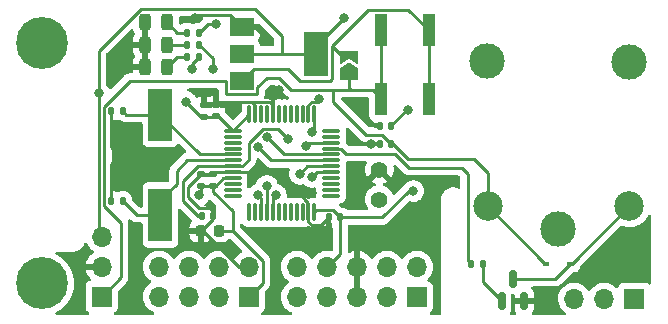
<source format=gbr>
%TF.GenerationSoftware,KiCad,Pcbnew,(6.0.7)*%
%TF.CreationDate,2022-09-05T20:23:25-07:00*%
%TF.ProjectId,EB4,4542342e-6b69-4636-9164-5f7063625858,rev?*%
%TF.SameCoordinates,Original*%
%TF.FileFunction,Copper,L1,Top*%
%TF.FilePolarity,Positive*%
%FSLAX46Y46*%
G04 Gerber Fmt 4.6, Leading zero omitted, Abs format (unit mm)*
G04 Created by KiCad (PCBNEW (6.0.7)) date 2022-09-05 20:23:25*
%MOMM*%
%LPD*%
G01*
G04 APERTURE LIST*
G04 Aperture macros list*
%AMRoundRect*
0 Rectangle with rounded corners*
0 $1 Rounding radius*
0 $2 $3 $4 $5 $6 $7 $8 $9 X,Y pos of 4 corners*
0 Add a 4 corners polygon primitive as box body*
4,1,4,$2,$3,$4,$5,$6,$7,$8,$9,$2,$3,0*
0 Add four circle primitives for the rounded corners*
1,1,$1+$1,$2,$3*
1,1,$1+$1,$4,$5*
1,1,$1+$1,$6,$7*
1,1,$1+$1,$8,$9*
0 Add four rect primitives between the rounded corners*
20,1,$1+$1,$2,$3,$4,$5,0*
20,1,$1+$1,$4,$5,$6,$7,0*
20,1,$1+$1,$6,$7,$8,$9,0*
20,1,$1+$1,$8,$9,$2,$3,0*%
%AMFreePoly0*
4,1,6,1.000000,0.000000,0.500000,-0.750000,-0.500000,-0.750000,-0.500000,0.750000,0.500000,0.750000,1.000000,0.000000,1.000000,0.000000,$1*%
%AMFreePoly1*
4,1,6,0.500000,-0.750000,-0.650000,-0.750000,-0.150000,0.000000,-0.650000,0.750000,0.500000,0.750000,0.500000,-0.750000,0.500000,-0.750000,$1*%
G04 Aperture macros list end*
%TA.AperFunction,SMDPad,CuDef*%
%ADD10R,0.600000X0.450000*%
%TD*%
%TA.AperFunction,SMDPad,CuDef*%
%ADD11RoundRect,0.243750X-0.243750X-0.456250X0.243750X-0.456250X0.243750X0.456250X-0.243750X0.456250X0*%
%TD*%
%TA.AperFunction,ComponentPad*%
%ADD12R,1.700000X1.700000*%
%TD*%
%TA.AperFunction,ComponentPad*%
%ADD13O,1.700000X1.700000*%
%TD*%
%TA.AperFunction,ComponentPad*%
%ADD14C,0.700000*%
%TD*%
%TA.AperFunction,ComponentPad*%
%ADD15C,4.400000*%
%TD*%
%TA.AperFunction,SMDPad,CuDef*%
%ADD16RoundRect,0.140000X0.170000X-0.140000X0.170000X0.140000X-0.170000X0.140000X-0.170000X-0.140000X0*%
%TD*%
%TA.AperFunction,SMDPad,CuDef*%
%ADD17RoundRect,0.075000X-0.662500X-0.075000X0.662500X-0.075000X0.662500X0.075000X-0.662500X0.075000X0*%
%TD*%
%TA.AperFunction,SMDPad,CuDef*%
%ADD18RoundRect,0.075000X-0.075000X-0.662500X0.075000X-0.662500X0.075000X0.662500X-0.075000X0.662500X0*%
%TD*%
%TA.AperFunction,SMDPad,CuDef*%
%ADD19RoundRect,0.135000X-0.135000X-0.185000X0.135000X-0.185000X0.135000X0.185000X-0.135000X0.185000X0*%
%TD*%
%TA.AperFunction,SMDPad,CuDef*%
%ADD20RoundRect,0.140000X0.140000X0.170000X-0.140000X0.170000X-0.140000X-0.170000X0.140000X-0.170000X0*%
%TD*%
%TA.AperFunction,SMDPad,CuDef*%
%ADD21RoundRect,0.150000X0.150000X-0.587500X0.150000X0.587500X-0.150000X0.587500X-0.150000X-0.587500X0*%
%TD*%
%TA.AperFunction,SMDPad,CuDef*%
%ADD22RoundRect,0.140000X-0.140000X-0.170000X0.140000X-0.170000X0.140000X0.170000X-0.140000X0.170000X0*%
%TD*%
%TA.AperFunction,SMDPad,CuDef*%
%ADD23FreePoly0,90.000000*%
%TD*%
%TA.AperFunction,SMDPad,CuDef*%
%ADD24FreePoly1,90.000000*%
%TD*%
%TA.AperFunction,ComponentPad*%
%ADD25C,3.000000*%
%TD*%
%TA.AperFunction,ComponentPad*%
%ADD26C,2.500000*%
%TD*%
%TA.AperFunction,SMDPad,CuDef*%
%ADD27RoundRect,0.135000X0.135000X0.185000X-0.135000X0.185000X-0.135000X-0.185000X0.135000X-0.185000X0*%
%TD*%
%TA.AperFunction,SMDPad,CuDef*%
%ADD28R,1.000000X2.800000*%
%TD*%
%TA.AperFunction,ComponentPad*%
%ADD29C,1.400000*%
%TD*%
%TA.AperFunction,SMDPad,CuDef*%
%ADD30R,2.000000X1.500000*%
%TD*%
%TA.AperFunction,SMDPad,CuDef*%
%ADD31R,2.000000X3.800000*%
%TD*%
%TA.AperFunction,SMDPad,CuDef*%
%ADD32RoundRect,0.225000X-0.225000X-0.250000X0.225000X-0.250000X0.225000X0.250000X-0.225000X0.250000X0*%
%TD*%
%TA.AperFunction,SMDPad,CuDef*%
%ADD33R,2.000000X4.500000*%
%TD*%
%TA.AperFunction,ViaPad*%
%ADD34C,0.800000*%
%TD*%
%TA.AperFunction,Conductor*%
%ADD35C,0.250000*%
%TD*%
G04 APERTURE END LIST*
D10*
%TO.P,D4,1,K*%
%TO.N,/VIN*%
X108995500Y-85344000D03*
%TO.P,D4,2,A*%
%TO.N,Net-(D4-Pad2)*%
X111095500Y-85344000D03*
%TD*%
D11*
%TO.P,D2,1,K*%
%TO.N,GND*%
X75072000Y-66802000D03*
%TO.P,D2,2,A*%
%TO.N,Net-(D2-Pad2)*%
X76947000Y-66802000D03*
%TD*%
D12*
%TO.P,J1,1,Pin_1*%
%TO.N,/VIN*%
X71412500Y-88123000D03*
D13*
%TO.P,J1,2,Pin_2*%
%TO.N,GND*%
X71412500Y-85583000D03*
%TO.P,J1,3,Pin_3*%
%TO.N,+3.3V*%
X71412500Y-83043000D03*
%TD*%
D14*
%TO.P,REF\u002A\u002A,1*%
%TO.N,N/C*%
X67524226Y-88161726D03*
X65190774Y-88161726D03*
X65190774Y-85828274D03*
X64707500Y-86995000D03*
D15*
X66357500Y-86995000D03*
D14*
X66357500Y-85345000D03*
X66357500Y-88645000D03*
X67524226Y-85828274D03*
X68007500Y-86995000D03*
%TD*%
D16*
%TO.P,C6,1*%
%TO.N,+3.3V*%
X80835500Y-78740000D03*
%TO.P,C6,2*%
%TO.N,GND*%
X80835500Y-77780000D03*
%TD*%
D14*
%TO.P,REF\u002A\u002A,1*%
%TO.N,N/C*%
X64707500Y-66675000D03*
X68007500Y-66675000D03*
X66357500Y-68325000D03*
X65190774Y-67841726D03*
X66357500Y-65025000D03*
D15*
X66357500Y-66675000D03*
D14*
X67524226Y-67841726D03*
X67524226Y-65508274D03*
X65190774Y-65508274D03*
%TD*%
D17*
%TO.P,U1,1,VDD*%
%TO.N,+3.3V*%
X82515000Y-74085000D03*
%TO.P,U1,2,PC13*%
%TO.N,unconnected-(U1-Pad2)*%
X82515000Y-74585000D03*
%TO.P,U1,3,PC14*%
%TO.N,unconnected-(U1-Pad3)*%
X82515000Y-75085000D03*
%TO.P,U1,4,PC15*%
%TO.N,unconnected-(U1-Pad4)*%
X82515000Y-75585000D03*
%TO.P,U1,5,PF0*%
%TO.N,Net-(C7-Pad1)*%
X82515000Y-76085000D03*
%TO.P,U1,6,PF1*%
%TO.N,Net-(C8-Pad1)*%
X82515000Y-76585000D03*
%TO.P,U1,7,NRST*%
%TO.N,/NRST*%
X82515000Y-77085000D03*
%TO.P,U1,8,VSSA*%
%TO.N,GND*%
X82515000Y-77585000D03*
%TO.P,U1,9,VDDA*%
%TO.N,+3.3V*%
X82515000Y-78085000D03*
%TO.P,U1,10,PA0*%
%TO.N,unconnected-(U1-Pad10)*%
X82515000Y-78585000D03*
%TO.P,U1,11,PA1*%
%TO.N,unconnected-(U1-Pad11)*%
X82515000Y-79085000D03*
%TO.P,U1,12,PA2*%
%TO.N,unconnected-(U1-Pad12)*%
X82515000Y-79585000D03*
D18*
%TO.P,U1,13,PA3*%
%TO.N,unconnected-(U1-Pad13)*%
X83927500Y-80997500D03*
%TO.P,U1,14,PA4*%
%TO.N,unconnected-(U1-Pad14)*%
X84427500Y-80997500D03*
%TO.P,U1,15,PA5*%
%TO.N,/SCK*%
X84927500Y-80997500D03*
%TO.P,U1,16,PA6*%
%TO.N,/MISO*%
X85427500Y-80997500D03*
%TO.P,U1,17,PA7*%
%TO.N,/MOSI*%
X85927500Y-80997500D03*
%TO.P,U1,18,PB0*%
%TO.N,unconnected-(U1-Pad18)*%
X86427500Y-80997500D03*
%TO.P,U1,19,PB1*%
%TO.N,unconnected-(U1-Pad19)*%
X86927500Y-80997500D03*
%TO.P,U1,20,PB2*%
%TO.N,unconnected-(U1-Pad20)*%
X87427500Y-80997500D03*
%TO.P,U1,21,PB10*%
%TO.N,unconnected-(U1-Pad21)*%
X87927500Y-80997500D03*
%TO.P,U1,22,PB11*%
%TO.N,unconnected-(U1-Pad22)*%
X88427500Y-80997500D03*
%TO.P,U1,23,VSS*%
%TO.N,GND*%
X88927500Y-80997500D03*
%TO.P,U1,24,VDD*%
%TO.N,+3.3V*%
X89427500Y-80997500D03*
D17*
%TO.P,U1,25,PB12*%
%TO.N,unconnected-(U1-Pad25)*%
X90840000Y-79585000D03*
%TO.P,U1,26,PB13*%
%TO.N,unconnected-(U1-Pad26)*%
X90840000Y-79085000D03*
%TO.P,U1,27,PB14*%
%TO.N,unconnected-(U1-Pad27)*%
X90840000Y-78585000D03*
%TO.P,U1,28,PB15*%
%TO.N,unconnected-(U1-Pad28)*%
X90840000Y-78085000D03*
%TO.P,U1,29,PA8*%
%TO.N,/CSN*%
X90840000Y-77585000D03*
%TO.P,U1,30,PA9*%
%TO.N,/CE*%
X90840000Y-77085000D03*
%TO.P,U1,31,PA10*%
%TO.N,/PA10*%
X90840000Y-76585000D03*
%TO.P,U1,32,PA11*%
%TO.N,/PA11*%
X90840000Y-76085000D03*
%TO.P,U1,33,PA12*%
%TO.N,/PA12*%
X90840000Y-75585000D03*
%TO.P,U1,34,PA13*%
%TO.N,/SWDIO*%
X90840000Y-75085000D03*
%TO.P,U1,35,PF6*%
%TO.N,unconnected-(U1-Pad35)*%
X90840000Y-74585000D03*
%TO.P,U1,36,PF7*%
%TO.N,unconnected-(U1-Pad36)*%
X90840000Y-74085000D03*
D18*
%TO.P,U1,37,PA14*%
%TO.N,/SWCLK*%
X89427500Y-72672500D03*
%TO.P,U1,38,PA15*%
%TO.N,/IRQ*%
X88927500Y-72672500D03*
%TO.P,U1,39,PB3*%
%TO.N,unconnected-(U1-Pad39)*%
X88427500Y-72672500D03*
%TO.P,U1,40,PB4*%
%TO.N,unconnected-(U1-Pad40)*%
X87927500Y-72672500D03*
%TO.P,U1,41,PB5*%
%TO.N,unconnected-(U1-Pad41)*%
X87427500Y-72672500D03*
%TO.P,U1,42,PB6*%
%TO.N,unconnected-(U1-Pad42)*%
X86927500Y-72672500D03*
%TO.P,U1,43,PB7*%
%TO.N,unconnected-(U1-Pad43)*%
X86427500Y-72672500D03*
%TO.P,U1,44,BOOT0*%
%TO.N,GND*%
X85927500Y-72672500D03*
%TO.P,U1,45,PB8*%
%TO.N,unconnected-(U1-Pad45)*%
X85427500Y-72672500D03*
%TO.P,U1,46,PB9*%
%TO.N,unconnected-(U1-Pad46)*%
X84927500Y-72672500D03*
%TO.P,U1,47,VSS*%
%TO.N,GND*%
X84427500Y-72672500D03*
%TO.P,U1,48,VDD*%
%TO.N,+3.3V*%
X83927500Y-72672500D03*
%TD*%
D16*
%TO.P,C2,1*%
%TO.N,+3.3V*%
X80073500Y-72898000D03*
%TO.P,C2,2*%
%TO.N,GND*%
X80073500Y-71938000D03*
%TD*%
D19*
%TO.P,R1,1*%
%TO.N,Net-(D1-Pad2)*%
X78674500Y-67818000D03*
%TO.P,R1,2*%
%TO.N,+3.3V*%
X79694500Y-67818000D03*
%TD*%
D20*
%TO.P,C10,1*%
%TO.N,+3.3V*%
X95920500Y-73660000D03*
%TO.P,C10,2*%
%TO.N,GND*%
X94960500Y-73660000D03*
%TD*%
D21*
%TO.P,Q1,1,B*%
%TO.N,Net-(Q1-Pad1)*%
X105285500Y-88489000D03*
%TO.P,Q1,2,E*%
%TO.N,GND*%
X107185500Y-88489000D03*
%TO.P,Q1,3,C*%
%TO.N,Net-(D4-Pad2)*%
X106235500Y-86614000D03*
%TD*%
D20*
%TO.P,C7,1*%
%TO.N,Net-(C7-Pad1)*%
X73187500Y-72390000D03*
%TO.P,C7,2*%
%TO.N,GND*%
X72227500Y-72390000D03*
%TD*%
D22*
%TO.P,C9,1*%
%TO.N,/NRST*%
X79875500Y-81280000D03*
%TO.P,C9,2*%
%TO.N,GND*%
X80835500Y-81280000D03*
%TD*%
D20*
%TO.P,C8,1*%
%TO.N,Net-(C8-Pad1)*%
X73187500Y-80010000D03*
%TO.P,C8,2*%
%TO.N,GND*%
X72227500Y-80010000D03*
%TD*%
D23*
%TO.P,JP2,1,A*%
%TO.N,/VIN*%
X92392500Y-69305000D03*
D24*
%TO.P,JP2,2,B*%
%TO.N,Net-(JP2-Pad2)*%
X92392500Y-67855000D03*
%TD*%
D12*
%TO.P,J2,1,Pin_1*%
%TO.N,/NRST*%
X98107500Y-88158000D03*
D13*
%TO.P,J2,2,Pin_2*%
%TO.N,/SWCLK*%
X98107500Y-85618000D03*
%TO.P,J2,3,Pin_3*%
%TO.N,unconnected-(J2-Pad3)*%
X95567500Y-88158000D03*
%TO.P,J2,4,Pin_4*%
%TO.N,/SWDIO*%
X95567500Y-85618000D03*
%TO.P,J2,5,Pin_5*%
%TO.N,GND*%
X93027500Y-88158000D03*
%TO.P,J2,6,Pin_6*%
X93027500Y-85618000D03*
%TO.P,J2,7,Pin_7*%
%TO.N,+3.3V*%
X90487500Y-88158000D03*
%TO.P,J2,8,Pin_8*%
X90487500Y-85618000D03*
%TO.P,J2,9,Pin_9*%
%TO.N,unconnected-(J2-Pad9)*%
X87947500Y-88158000D03*
%TO.P,J2,10,Pin_10*%
%TO.N,unconnected-(J2-Pad10)*%
X87947500Y-85618000D03*
%TD*%
D25*
%TO.P,K1,1*%
%TO.N,/COM*%
X110045500Y-82414000D03*
D26*
%TO.P,K1,2*%
%TO.N,Net-(D4-Pad2)*%
X116095500Y-80464000D03*
D25*
%TO.P,K1,3*%
%TO.N,/NC*%
X116095500Y-68264000D03*
%TO.P,K1,4*%
%TO.N,/NO*%
X104045500Y-68214000D03*
D26*
%TO.P,K1,5*%
%TO.N,/VIN*%
X104095500Y-80464000D03*
%TD*%
D27*
%TO.P,R4,1*%
%TO.N,Net-(Q1-Pad1)*%
X103697500Y-85344000D03*
%TO.P,R4,2*%
%TO.N,/PA12*%
X102677500Y-85344000D03*
%TD*%
D20*
%TO.P,C3,1*%
%TO.N,+3.3V*%
X91602500Y-81407000D03*
%TO.P,C3,2*%
%TO.N,GND*%
X90642500Y-81407000D03*
%TD*%
D16*
%TO.P,C1,1*%
%TO.N,+3.3V*%
X81089500Y-72870000D03*
%TO.P,C1,2*%
%TO.N,GND*%
X81089500Y-71910000D03*
%TD*%
D11*
%TO.P,D3,1,K*%
%TO.N,GND*%
X75072000Y-64897000D03*
%TO.P,D3,2,A*%
%TO.N,Net-(D3-Pad2)*%
X76947000Y-64897000D03*
%TD*%
D19*
%TO.P,R2,1*%
%TO.N,Net-(D2-Pad2)*%
X78674500Y-66802000D03*
%TO.P,R2,2*%
%TO.N,/PA10*%
X79694500Y-66802000D03*
%TD*%
D12*
%TO.P,J3,1,Pin_1*%
%TO.N,+3.3V*%
X83883500Y-88138000D03*
D13*
%TO.P,J3,2,Pin_2*%
%TO.N,GND*%
X83883500Y-85598000D03*
%TO.P,J3,3,Pin_3*%
%TO.N,/CSN*%
X81343500Y-88138000D03*
%TO.P,J3,4,Pin_4*%
%TO.N,/CE*%
X81343500Y-85598000D03*
%TO.P,J3,5,Pin_5*%
%TO.N,/MOSI*%
X78803500Y-88138000D03*
%TO.P,J3,6,Pin_6*%
%TO.N,/SCK*%
X78803500Y-85598000D03*
%TO.P,J3,7,Pin_7*%
%TO.N,/IRQ*%
X76263500Y-88138000D03*
%TO.P,J3,8,Pin_8*%
%TO.N,/MISO*%
X76263500Y-85598000D03*
%TD*%
D16*
%TO.P,C4,1*%
%TO.N,+3.3V*%
X79819500Y-78740000D03*
%TO.P,C4,2*%
%TO.N,GND*%
X79819500Y-77780000D03*
%TD*%
D28*
%TO.P,SW1,1,A*%
%TO.N,/VIN*%
X95091500Y-65553000D03*
X95091500Y-71353000D03*
%TO.P,SW1,2,B*%
%TO.N,Net-(JP2-Pad2)*%
X99091500Y-71353000D03*
X99091500Y-65553000D03*
%TD*%
D12*
%TO.P,J4,1,Pin_1*%
%TO.N,/COM*%
X116507500Y-88290000D03*
D13*
%TO.P,J4,2,Pin_2*%
%TO.N,/NC*%
X113967500Y-88290000D03*
%TO.P,J4,3,Pin_3*%
%TO.N,/NO*%
X111427500Y-88290000D03*
%TD*%
D29*
%TO.P,JP1,1,A*%
%TO.N,GND*%
X94932500Y-77363000D03*
%TO.P,JP1,2,B*%
%TO.N,/NRST*%
X94932500Y-79903000D03*
%TD*%
D20*
%TO.P,C5,1*%
%TO.N,/VIN*%
X95920500Y-75184000D03*
%TO.P,C5,2*%
%TO.N,GND*%
X94960500Y-75184000D03*
%TD*%
D19*
%TO.P,R3,1*%
%TO.N,Net-(D3-Pad2)*%
X78674500Y-65786000D03*
%TO.P,R3,2*%
%TO.N,/PA11*%
X79694500Y-65786000D03*
%TD*%
D11*
%TO.P,D1,1,K*%
%TO.N,GND*%
X75072000Y-68707000D03*
%TO.P,D1,2,A*%
%TO.N,Net-(D1-Pad2)*%
X76947000Y-68707000D03*
%TD*%
D30*
%TO.P,U2,1,GND*%
%TO.N,GND*%
X83273500Y-65264000D03*
%TO.P,U2,2,VO*%
%TO.N,+3.3V*%
X83273500Y-67564000D03*
D31*
X89573500Y-67564000D03*
D30*
%TO.P,U2,3,VI*%
%TO.N,Net-(JP2-Pad2)*%
X83273500Y-69864000D03*
%TD*%
D32*
%TO.P,C11,1*%
%TO.N,GND*%
X79806500Y-82550000D03*
%TO.P,C11,2*%
%TO.N,+3.3V*%
X81356500Y-82550000D03*
%TD*%
D33*
%TO.P,Y1,1,1*%
%TO.N,Net-(C8-Pad1)*%
X76390500Y-81212000D03*
%TO.P,Y1,2,2*%
%TO.N,Net-(C7-Pad1)*%
X76390500Y-72712000D03*
%TD*%
D34*
%TO.N,+3.3V*%
X78549500Y-71628000D03*
X79655925Y-79519275D03*
X91948000Y-64516000D03*
X79057500Y-68834000D03*
X97805987Y-79180945D03*
X97345500Y-72363500D03*
X71172500Y-70877000D03*
%TO.N,GND*%
X86423500Y-70612000D03*
X72961500Y-76200000D03*
X92773500Y-71882000D03*
X108775500Y-87884000D03*
X73723500Y-88138000D03*
X79311500Y-64516000D03*
X94260000Y-75188299D03*
X72199500Y-69850000D03*
X85407500Y-66294000D03*
X99695000Y-78740000D03*
%TO.N,/NRST*%
X87174693Y-74760775D03*
%TO.N,/SWCLK*%
X89217500Y-74168000D03*
%TO.N,/SWDIO*%
X88709500Y-75360500D03*
%TO.N,/PA10*%
X84641201Y-75433701D03*
X80835500Y-68834000D03*
%TO.N,/PA11*%
X85407500Y-74638500D03*
X81089500Y-65024000D03*
%TO.N,/SCK*%
X84645500Y-79502000D03*
%TO.N,/MISO*%
X85407500Y-78740000D03*
%TO.N,/MOSI*%
X86169500Y-79502000D03*
%TO.N,/CSN*%
X89217500Y-77978000D03*
%TO.N,/CE*%
X88201500Y-77724000D03*
%TO.N,/IRQ*%
X89842551Y-71427491D03*
%TD*%
D35*
%TO.N,+3.3V*%
X80073500Y-72898000D02*
X79819500Y-72898000D01*
X97345500Y-72363500D02*
X97217000Y-72363500D01*
X89573500Y-67564000D02*
X89573500Y-66890500D01*
X85058500Y-85111299D02*
X85058500Y-86963000D01*
X89573500Y-67564000D02*
X83273500Y-67564000D01*
X81300000Y-72870000D02*
X82515000Y-74085000D01*
X84391500Y-63754000D02*
X74710666Y-63754000D01*
X81089500Y-72870000D02*
X81300000Y-72870000D01*
X82515000Y-78085000D02*
X81711815Y-78085000D01*
X80073500Y-72898000D02*
X81061500Y-72898000D01*
X97217000Y-72363500D02*
X95920500Y-73660000D01*
X80835500Y-78740000D02*
X79819500Y-78740000D01*
X91602500Y-84503000D02*
X90487500Y-85618000D01*
X86677500Y-66040000D02*
X84391500Y-63754000D01*
X89573500Y-66890500D02*
X91948000Y-64516000D01*
X85058500Y-86963000D02*
X83883500Y-88138000D01*
X74710666Y-63754000D02*
X71172500Y-67292166D01*
X83273500Y-67564000D02*
X86677500Y-67564000D01*
X80835500Y-79223000D02*
X82497201Y-80884701D01*
X82497201Y-82550000D02*
X85058500Y-85111299D01*
X79819500Y-79355700D02*
X79819500Y-78740000D01*
X79057500Y-68455000D02*
X79694500Y-67818000D01*
X79655925Y-79519275D02*
X79819500Y-79355700D01*
X97805987Y-79180945D02*
X97412555Y-79180945D01*
X91602500Y-81407000D02*
X91602500Y-81399391D01*
X80835500Y-78740000D02*
X80835500Y-79223000D01*
X91602500Y-81407000D02*
X91602500Y-84503000D01*
X95186500Y-81407000D02*
X91602500Y-81407000D01*
X91602500Y-81399391D02*
X90975109Y-80772000D01*
X82497201Y-82550000D02*
X81102500Y-82550000D01*
X86677500Y-67564000D02*
X86677500Y-66040000D01*
X82497201Y-80884701D02*
X82497201Y-82550000D01*
X82515000Y-74085000D02*
X83927500Y-72672500D01*
X97412555Y-79180945D02*
X95186500Y-81407000D01*
X81056815Y-78740000D02*
X80835500Y-78740000D01*
X71172500Y-67292166D02*
X71172500Y-70877000D01*
X90975109Y-80772000D02*
X89653000Y-80772000D01*
X79819500Y-72898000D02*
X78549500Y-71628000D01*
X71172500Y-82803000D02*
X71412500Y-83043000D01*
X81061500Y-72898000D02*
X81089500Y-72870000D01*
X81711815Y-78085000D02*
X81056815Y-78740000D01*
X89653000Y-80772000D02*
X89427500Y-80997500D01*
X71172500Y-70877000D02*
X71172500Y-82803000D01*
X79057500Y-68834000D02*
X79057500Y-68455000D01*
%TO.N,GND*%
X79819500Y-77780000D02*
X80835500Y-77780000D01*
X85668185Y-71610000D02*
X84168185Y-71610000D01*
X80708500Y-80645000D02*
X80835500Y-80772000D01*
X79528500Y-64299000D02*
X79311500Y-64516000D01*
X82515000Y-77585000D02*
X86318185Y-77585000D01*
X86318185Y-77585000D02*
X88927500Y-80194315D01*
X81089500Y-71910000D02*
X80101500Y-71910000D01*
X108170500Y-88489000D02*
X108775500Y-87884000D01*
X88927500Y-81800685D02*
X88927500Y-80997500D01*
X107185500Y-88489000D02*
X108170500Y-88489000D01*
X89989500Y-82060000D02*
X89186815Y-82060000D01*
X81389500Y-71610000D02*
X81089500Y-71910000D01*
X84377500Y-65264000D02*
X85407500Y-66294000D01*
X81030500Y-77585000D02*
X82515000Y-77585000D01*
X90642500Y-81407000D02*
X89989500Y-82060000D01*
X85927500Y-71869315D02*
X85668185Y-71610000D01*
X82308500Y-64299000D02*
X79528500Y-64299000D01*
X79819500Y-77780000D02*
X79811891Y-77780000D01*
X80835500Y-77780000D02*
X81030500Y-77585000D01*
X88927500Y-80194315D02*
X88927500Y-80997500D01*
X78745500Y-78846391D02*
X78745500Y-79698000D01*
X79806500Y-82550000D02*
X79957201Y-82550000D01*
X84427500Y-72672500D02*
X84427500Y-71869315D01*
X84427500Y-71869315D02*
X84168185Y-71610000D01*
X79819500Y-82550000D02*
X80835500Y-81534000D01*
X83005201Y-85598000D02*
X83883500Y-85598000D01*
X80835500Y-81280000D02*
X80835500Y-81534000D01*
X94551500Y-73660000D02*
X92773500Y-71882000D01*
X79692500Y-80645000D02*
X80708500Y-80645000D01*
X83273500Y-65264000D02*
X84377500Y-65264000D01*
X89186815Y-82060000D02*
X88927500Y-81800685D01*
X79811891Y-77780000D02*
X78745500Y-78846391D01*
X85927500Y-71108000D02*
X85927500Y-72672500D01*
X83273500Y-65264000D02*
X82308500Y-64299000D01*
X80101500Y-71910000D02*
X80073500Y-71938000D01*
X94960500Y-73660000D02*
X94551500Y-73660000D01*
X94960500Y-75184000D02*
X94264299Y-75184000D01*
X86423500Y-70612000D02*
X85927500Y-71108000D01*
X84168185Y-71610000D02*
X81389500Y-71610000D01*
X85927500Y-72672500D02*
X85927500Y-71869315D01*
X72961500Y-76200000D02*
X72227500Y-76934000D01*
X94264299Y-75184000D02*
X94260000Y-75188299D01*
X72227500Y-75466000D02*
X72227500Y-72390000D01*
X72961500Y-76200000D02*
X72227500Y-75466000D01*
X79957201Y-82550000D02*
X83005201Y-85598000D01*
X72227500Y-76934000D02*
X72227500Y-80010000D01*
X80835500Y-80772000D02*
X80835500Y-81280000D01*
X78745500Y-79698000D02*
X79692500Y-80645000D01*
%TO.N,/VIN*%
X95091500Y-65553000D02*
X95091500Y-71353000D01*
X86432805Y-69596000D02*
X87448805Y-70612000D01*
X95166109Y-74422000D02*
X93789500Y-74422000D01*
X71622500Y-80449000D02*
X71622500Y-72027391D01*
X92392500Y-69305000D02*
X92392500Y-70485000D01*
X81948500Y-69864000D02*
X81948500Y-70939000D01*
X85407500Y-69596000D02*
X86432805Y-69596000D01*
X71412500Y-88123000D02*
X73048943Y-86486557D01*
X90995500Y-71628000D02*
X90995500Y-70612000D01*
X84598500Y-70939000D02*
X84598500Y-70405000D01*
X95920500Y-75176391D02*
X95166109Y-74422000D01*
X87448805Y-70612000D02*
X90995500Y-70612000D01*
X71622500Y-72027391D02*
X73785891Y-69864000D01*
X73048943Y-86486557D02*
X73048943Y-81875443D01*
X104095500Y-80464000D02*
X104095500Y-77616000D01*
X81948500Y-70939000D02*
X84598500Y-70939000D01*
X95920500Y-75184000D02*
X95920500Y-75176391D01*
X73785891Y-69864000D02*
X81948500Y-69864000D01*
X108975500Y-85344000D02*
X104095500Y-80464000D01*
X95091500Y-71353000D02*
X94350500Y-70612000D01*
X92392500Y-70485000D02*
X92519500Y-70612000D01*
X94350500Y-70612000D02*
X92519500Y-70612000D01*
X108995500Y-85344000D02*
X108975500Y-85344000D01*
X92519500Y-70612000D02*
X90995500Y-70612000D01*
X104095500Y-77616000D02*
X102933500Y-76454000D01*
X102933500Y-76454000D02*
X97317500Y-76454000D01*
X84598500Y-70405000D02*
X85407500Y-69596000D01*
X93789500Y-74422000D02*
X90995500Y-71628000D01*
X97317500Y-76454000D02*
X95920500Y-75057000D01*
X73048943Y-81875443D02*
X71622500Y-80449000D01*
%TO.N,Net-(C7-Pad1)*%
X79763500Y-76085000D02*
X76390500Y-72712000D01*
X73509500Y-72712000D02*
X73187500Y-72390000D01*
X82515000Y-76085000D02*
X79763500Y-76085000D01*
X76390500Y-72712000D02*
X73509500Y-72712000D01*
%TO.N,Net-(C8-Pad1)*%
X78672500Y-76585000D02*
X77787500Y-77470000D01*
X77787500Y-77470000D02*
X77787500Y-78565000D01*
X82515000Y-76585000D02*
X78672500Y-76585000D01*
X77787500Y-78565000D02*
X76390500Y-79962000D01*
X76390500Y-79962000D02*
X76390500Y-81212000D01*
X74389500Y-81212000D02*
X73187500Y-80010000D01*
X76390500Y-81212000D02*
X74389500Y-81212000D01*
%TO.N,/NRST*%
X83883500Y-76519685D02*
X83318185Y-77085000D01*
X85106695Y-73914000D02*
X83883500Y-75137195D01*
X87174693Y-74760775D02*
X86327918Y-73914000D01*
X86327918Y-73914000D02*
X85106695Y-73914000D01*
X79565500Y-81280000D02*
X79875500Y-81280000D01*
X78295500Y-78336391D02*
X78295500Y-80010000D01*
X82515000Y-77085000D02*
X79546891Y-77085000D01*
X78295500Y-80010000D02*
X79565500Y-81280000D01*
X83883500Y-75137195D02*
X83883500Y-76519685D01*
X79546891Y-77085000D02*
X78295500Y-78336391D01*
X83318185Y-77085000D02*
X82515000Y-77085000D01*
%TO.N,Net-(D1-Pad2)*%
X77836000Y-67818000D02*
X76947000Y-68707000D01*
X78674500Y-67818000D02*
X77836000Y-67818000D01*
%TO.N,Net-(D2-Pad2)*%
X78674500Y-66802000D02*
X76947000Y-66802000D01*
%TO.N,Net-(D3-Pad2)*%
X77836000Y-65786000D02*
X76947000Y-64897000D01*
X78674500Y-65786000D02*
X77836000Y-65786000D01*
%TO.N,/SWCLK*%
X89427500Y-73958000D02*
X89217500Y-74168000D01*
X89427500Y-72672500D02*
X89427500Y-73958000D01*
%TO.N,/SWDIO*%
X88985000Y-75085000D02*
X88709500Y-75360500D01*
X90840000Y-75085000D02*
X88985000Y-75085000D01*
%TO.N,/PA10*%
X85792500Y-76585000D02*
X90840000Y-76585000D01*
X84641201Y-75433701D02*
X85792500Y-76585000D01*
X80835500Y-67943000D02*
X79694500Y-66802000D01*
X80835500Y-68834000D02*
X80835500Y-67943000D01*
%TO.N,/PA11*%
X81089500Y-65024000D02*
X80456500Y-65024000D01*
X85407500Y-74638500D02*
X86854000Y-76085000D01*
X80456500Y-65024000D02*
X79694500Y-65786000D01*
X86854000Y-76085000D02*
X90840000Y-76085000D01*
%TO.N,/SCK*%
X84927500Y-80997500D02*
X84927500Y-79784000D01*
X84927500Y-79784000D02*
X84645500Y-79502000D01*
%TO.N,/MISO*%
X85427500Y-80997500D02*
X85427500Y-78760000D01*
X85427500Y-78760000D02*
X85407500Y-78740000D01*
%TO.N,/MOSI*%
X85927500Y-80997500D02*
X85927500Y-79744000D01*
X85927500Y-79744000D02*
X86169500Y-79502000D01*
%TO.N,/CSN*%
X90840000Y-77585000D02*
X89610500Y-77585000D01*
X89610500Y-77585000D02*
X89217500Y-77978000D01*
%TO.N,/CE*%
X90840000Y-77085000D02*
X88840500Y-77085000D01*
X88840500Y-77085000D02*
X88201500Y-77724000D01*
%TO.N,Net-(JP2-Pad2)*%
X90898500Y-69693000D02*
X90727500Y-69864000D01*
X92392500Y-67855000D02*
X91854500Y-67855000D01*
X90727500Y-69864000D02*
X88229500Y-69864000D01*
X87199500Y-68834000D02*
X84303500Y-68834000D01*
X90898500Y-66899000D02*
X90898500Y-69693000D01*
X88229500Y-69864000D02*
X87199500Y-68834000D01*
X97366500Y-63828000D02*
X93969500Y-63828000D01*
X99091500Y-68548000D02*
X99091500Y-71353000D01*
X99091500Y-65553000D02*
X97366500Y-63828000D01*
X91854500Y-67855000D02*
X90898500Y-66899000D01*
X99091500Y-65553000D02*
X99091500Y-68548000D01*
X93969500Y-63828000D02*
X90898500Y-66899000D01*
X84303500Y-68834000D02*
X83273500Y-69864000D01*
%TO.N,/IRQ*%
X88927500Y-72672500D02*
X88927500Y-71869315D01*
X89186815Y-71610000D02*
X89660042Y-71610000D01*
X89660042Y-71610000D02*
X89842551Y-71427491D01*
X88927500Y-71869315D02*
X89186815Y-71610000D01*
%TO.N,/PA12*%
X91693185Y-75585000D02*
X90840000Y-75585000D01*
X96251302Y-76024198D02*
X92132383Y-76024198D01*
X102425500Y-77724000D02*
X101917500Y-77216000D01*
X102425500Y-85092000D02*
X102425500Y-77724000D01*
X97443104Y-77216000D02*
X96251302Y-76024198D01*
X102677500Y-85344000D02*
X102425500Y-85092000D01*
X101917500Y-77216000D02*
X97443104Y-77216000D01*
X92132383Y-76024198D02*
X91693185Y-75585000D01*
%TO.N,Net-(D4-Pad2)*%
X106235500Y-86614000D02*
X109825500Y-86614000D01*
X111095500Y-85344000D02*
X111215500Y-85344000D01*
X109825500Y-86614000D02*
X111095500Y-85344000D01*
X111215500Y-85344000D02*
X116095500Y-80464000D01*
%TO.N,Net-(Q1-Pad1)*%
X103697500Y-85344000D02*
X103697500Y-86901000D01*
X103697500Y-86901000D02*
X105285500Y-88489000D01*
%TD*%
%TA.AperFunction,Conductor*%
%TO.N,GND*%
G36*
X90728636Y-81425502D02*
G01*
X90749610Y-81442405D01*
X90777095Y-81469890D01*
X90811121Y-81532202D01*
X90814000Y-81558985D01*
X90814000Y-81642484D01*
X90814193Y-81644932D01*
X90814193Y-81644940D01*
X90816167Y-81670012D01*
X90816894Y-81679254D01*
X90837216Y-81749203D01*
X90856818Y-81816673D01*
X90862606Y-81836597D01*
X90866641Y-81843419D01*
X90866641Y-81843420D01*
X90878954Y-81864240D01*
X90896500Y-81928379D01*
X90896500Y-82200558D01*
X90900975Y-82215797D01*
X90925513Y-82237060D01*
X90963896Y-82296786D01*
X90969000Y-82332284D01*
X90969000Y-84173384D01*
X90948998Y-84241505D01*
X90895342Y-84287998D01*
X90820904Y-84297431D01*
X90620873Y-84261800D01*
X90620867Y-84261799D01*
X90615784Y-84260894D01*
X90541952Y-84259992D01*
X90397581Y-84258228D01*
X90397579Y-84258228D01*
X90392411Y-84258165D01*
X90171591Y-84291955D01*
X89959256Y-84361357D01*
X89901287Y-84391534D01*
X89797581Y-84445520D01*
X89761107Y-84464507D01*
X89756974Y-84467610D01*
X89756971Y-84467612D01*
X89586804Y-84595377D01*
X89582465Y-84598635D01*
X89564671Y-84617255D01*
X89438948Y-84748817D01*
X89428129Y-84760138D01*
X89320701Y-84917621D01*
X89265793Y-84962621D01*
X89195268Y-84970792D01*
X89131521Y-84939538D01*
X89110824Y-84915054D01*
X89030322Y-84790617D01*
X89030320Y-84790614D01*
X89027514Y-84786277D01*
X88877170Y-84621051D01*
X88873119Y-84617852D01*
X88873115Y-84617848D01*
X88705914Y-84485800D01*
X88705910Y-84485798D01*
X88701859Y-84482598D01*
X88671430Y-84465800D01*
X88612077Y-84433036D01*
X88506289Y-84374638D01*
X88501420Y-84372914D01*
X88501416Y-84372912D01*
X88300587Y-84301795D01*
X88300583Y-84301794D01*
X88295712Y-84300069D01*
X88290619Y-84299162D01*
X88290616Y-84299161D01*
X88080873Y-84261800D01*
X88080867Y-84261799D01*
X88075784Y-84260894D01*
X88001952Y-84259992D01*
X87857581Y-84258228D01*
X87857579Y-84258228D01*
X87852411Y-84258165D01*
X87631591Y-84291955D01*
X87419256Y-84361357D01*
X87361287Y-84391534D01*
X87257581Y-84445520D01*
X87221107Y-84464507D01*
X87216974Y-84467610D01*
X87216971Y-84467612D01*
X87046804Y-84595377D01*
X87042465Y-84598635D01*
X87024671Y-84617255D01*
X86898948Y-84748817D01*
X86888129Y-84760138D01*
X86762243Y-84944680D01*
X86715215Y-85045993D01*
X86677472Y-85127305D01*
X86668188Y-85147305D01*
X86608489Y-85362570D01*
X86584751Y-85584695D01*
X86585048Y-85589848D01*
X86585048Y-85589851D01*
X86593395Y-85734611D01*
X86597610Y-85807715D01*
X86598747Y-85812761D01*
X86598748Y-85812767D01*
X86620892Y-85911023D01*
X86646722Y-86025639D01*
X86705395Y-86170134D01*
X86727330Y-86224153D01*
X86730766Y-86232616D01*
X86772106Y-86300077D01*
X86844791Y-86418688D01*
X86847487Y-86423088D01*
X86993750Y-86591938D01*
X87165626Y-86734632D01*
X87204719Y-86757476D01*
X87238945Y-86777476D01*
X87287669Y-86829114D01*
X87300740Y-86898897D01*
X87274009Y-86964669D01*
X87233555Y-86998027D01*
X87221107Y-87004507D01*
X87216974Y-87007610D01*
X87216971Y-87007612D01*
X87048481Y-87134118D01*
X87042465Y-87138635D01*
X86982196Y-87201703D01*
X86894902Y-87293051D01*
X86888129Y-87300138D01*
X86885220Y-87304403D01*
X86885214Y-87304411D01*
X86825556Y-87391866D01*
X86762243Y-87484680D01*
X86715215Y-87585993D01*
X86673712Y-87675405D01*
X86668188Y-87687305D01*
X86608489Y-87902570D01*
X86584751Y-88124695D01*
X86585048Y-88129848D01*
X86585048Y-88129851D01*
X86595172Y-88305428D01*
X86597610Y-88347715D01*
X86598747Y-88352761D01*
X86598748Y-88352767D01*
X86609531Y-88400614D01*
X86646722Y-88565639D01*
X86700321Y-88697639D01*
X86724242Y-88756548D01*
X86730766Y-88772616D01*
X86768185Y-88833678D01*
X86844791Y-88958688D01*
X86847487Y-88963088D01*
X86993750Y-89131938D01*
X87089339Y-89211297D01*
X87144385Y-89256997D01*
X87165626Y-89274632D01*
X87358500Y-89387338D01*
X87363325Y-89389180D01*
X87363326Y-89389181D01*
X87438246Y-89417790D01*
X87494749Y-89460777D01*
X87519042Y-89527489D01*
X87503412Y-89596743D01*
X87452821Y-89646554D01*
X87393297Y-89661500D01*
X85061028Y-89661500D01*
X84992907Y-89641498D01*
X84946414Y-89587842D01*
X84936310Y-89517568D01*
X84965804Y-89452988D01*
X84985463Y-89434674D01*
X84995471Y-89427174D01*
X85096761Y-89351261D01*
X85184115Y-89234705D01*
X85235245Y-89098316D01*
X85242000Y-89036134D01*
X85242000Y-87727595D01*
X85262002Y-87659474D01*
X85278905Y-87638500D01*
X85450753Y-87466652D01*
X85459039Y-87459112D01*
X85465518Y-87455000D01*
X85512144Y-87405348D01*
X85514898Y-87402507D01*
X85534635Y-87382770D01*
X85537115Y-87379573D01*
X85544820Y-87370551D01*
X85545265Y-87370077D01*
X85575086Y-87338321D01*
X85578905Y-87331375D01*
X85578907Y-87331372D01*
X85584848Y-87320566D01*
X85595699Y-87304047D01*
X85601262Y-87296875D01*
X85608114Y-87288041D01*
X85611259Y-87280772D01*
X85611262Y-87280768D01*
X85625674Y-87247463D01*
X85630891Y-87236813D01*
X85652195Y-87198060D01*
X85657233Y-87178437D01*
X85663637Y-87159734D01*
X85668533Y-87148420D01*
X85668533Y-87148419D01*
X85671681Y-87141145D01*
X85672920Y-87133322D01*
X85672923Y-87133312D01*
X85678599Y-87097476D01*
X85681005Y-87085856D01*
X85690028Y-87050711D01*
X85690028Y-87050710D01*
X85692000Y-87043030D01*
X85692000Y-87022776D01*
X85693551Y-87003065D01*
X85695480Y-86990886D01*
X85696720Y-86983057D01*
X85695596Y-86971161D01*
X85692559Y-86939039D01*
X85692000Y-86927181D01*
X85692000Y-85190067D01*
X85692527Y-85178884D01*
X85694202Y-85171391D01*
X85693298Y-85142610D01*
X85692062Y-85103301D01*
X85692000Y-85099343D01*
X85692000Y-85071443D01*
X85691496Y-85067452D01*
X85690563Y-85055610D01*
X85689423Y-85019335D01*
X85689174Y-85011410D01*
X85686962Y-85003796D01*
X85686961Y-85003791D01*
X85683523Y-84991958D01*
X85679512Y-84972594D01*
X85677967Y-84960363D01*
X85676974Y-84952502D01*
X85674057Y-84945135D01*
X85674056Y-84945130D01*
X85660698Y-84911391D01*
X85656854Y-84900164D01*
X85654732Y-84892860D01*
X85644518Y-84857706D01*
X85634207Y-84840271D01*
X85625512Y-84822523D01*
X85618052Y-84803682D01*
X85592064Y-84767912D01*
X85585548Y-84757992D01*
X85567080Y-84726764D01*
X85567078Y-84726761D01*
X85563042Y-84719937D01*
X85548721Y-84705616D01*
X85535880Y-84690582D01*
X85523972Y-84674192D01*
X85489895Y-84646001D01*
X85481116Y-84638011D01*
X83167606Y-82324500D01*
X83133580Y-82262188D01*
X83130701Y-82235405D01*
X83130701Y-82049020D01*
X83150703Y-81980899D01*
X83204359Y-81934406D01*
X83274633Y-81924302D01*
X83339213Y-81953796D01*
X83356657Y-81972309D01*
X83436343Y-82076157D01*
X83442893Y-82081183D01*
X83442894Y-82081184D01*
X83470841Y-82102628D01*
X83558233Y-82169686D01*
X83700176Y-82228481D01*
X83752769Y-82235405D01*
X83810169Y-82242962D01*
X83810170Y-82242962D01*
X83814256Y-82243500D01*
X84040744Y-82243500D01*
X84044830Y-82242962D01*
X84044831Y-82242962D01*
X84154824Y-82228481D01*
X84155027Y-82230026D01*
X84199973Y-82230026D01*
X84200176Y-82228481D01*
X84310169Y-82242962D01*
X84310170Y-82242962D01*
X84314256Y-82243500D01*
X84540744Y-82243500D01*
X84544830Y-82242962D01*
X84544831Y-82242962D01*
X84654824Y-82228481D01*
X84655027Y-82230026D01*
X84699973Y-82230026D01*
X84700176Y-82228481D01*
X84810169Y-82242962D01*
X84810170Y-82242962D01*
X84814256Y-82243500D01*
X85040744Y-82243500D01*
X85044830Y-82242962D01*
X85044831Y-82242962D01*
X85154824Y-82228481D01*
X85155027Y-82230026D01*
X85199973Y-82230026D01*
X85200176Y-82228481D01*
X85310169Y-82242962D01*
X85310170Y-82242962D01*
X85314256Y-82243500D01*
X85540744Y-82243500D01*
X85544830Y-82242962D01*
X85544831Y-82242962D01*
X85654824Y-82228481D01*
X85655027Y-82230026D01*
X85699973Y-82230026D01*
X85700176Y-82228481D01*
X85810169Y-82242962D01*
X85810170Y-82242962D01*
X85814256Y-82243500D01*
X86040744Y-82243500D01*
X86044830Y-82242962D01*
X86044831Y-82242962D01*
X86154824Y-82228481D01*
X86155027Y-82230026D01*
X86199973Y-82230026D01*
X86200176Y-82228481D01*
X86310169Y-82242962D01*
X86310170Y-82242962D01*
X86314256Y-82243500D01*
X86540744Y-82243500D01*
X86544830Y-82242962D01*
X86544831Y-82242962D01*
X86654824Y-82228481D01*
X86655027Y-82230026D01*
X86699973Y-82230026D01*
X86700176Y-82228481D01*
X86810169Y-82242962D01*
X86810170Y-82242962D01*
X86814256Y-82243500D01*
X87040744Y-82243500D01*
X87044830Y-82242962D01*
X87044831Y-82242962D01*
X87154824Y-82228481D01*
X87155027Y-82230026D01*
X87199973Y-82230026D01*
X87200176Y-82228481D01*
X87310169Y-82242962D01*
X87310170Y-82242962D01*
X87314256Y-82243500D01*
X87540744Y-82243500D01*
X87544830Y-82242962D01*
X87544831Y-82242962D01*
X87654824Y-82228481D01*
X87655027Y-82230026D01*
X87699973Y-82230026D01*
X87700176Y-82228481D01*
X87810169Y-82242962D01*
X87810170Y-82242962D01*
X87814256Y-82243500D01*
X88040744Y-82243500D01*
X88044830Y-82242962D01*
X88044831Y-82242962D01*
X88154824Y-82228481D01*
X88155027Y-82230026D01*
X88199973Y-82230026D01*
X88200176Y-82228481D01*
X88310169Y-82242962D01*
X88310170Y-82242962D01*
X88314256Y-82243500D01*
X88540744Y-82243500D01*
X88544830Y-82242962D01*
X88544831Y-82242962D01*
X88654824Y-82228481D01*
X88654993Y-82229766D01*
X88700073Y-82229765D01*
X88700306Y-82227994D01*
X88759540Y-82235792D01*
X88773722Y-82233581D01*
X88779283Y-82214216D01*
X88817311Y-82154263D01*
X88823684Y-82149033D01*
X88850796Y-82128229D01*
X88917016Y-82102628D01*
X88986565Y-82116892D01*
X89004205Y-82128229D01*
X89031408Y-82149103D01*
X89073275Y-82206442D01*
X89075599Y-82213567D01*
X89081544Y-82233813D01*
X89095083Y-82235842D01*
X89154694Y-82227994D01*
X89154927Y-82229765D01*
X89200007Y-82229766D01*
X89200176Y-82228481D01*
X89310169Y-82242962D01*
X89310170Y-82242962D01*
X89314256Y-82243500D01*
X89540744Y-82243500D01*
X89544830Y-82242962D01*
X89544831Y-82242962D01*
X89602231Y-82235405D01*
X89654824Y-82228481D01*
X89662451Y-82225322D01*
X89662454Y-82225321D01*
X89731524Y-82196711D01*
X89796768Y-82169686D01*
X89918657Y-82076157D01*
X89919444Y-82077182D01*
X89974407Y-82047169D01*
X90045222Y-82052234D01*
X90090285Y-82081195D01*
X90096574Y-82087484D01*
X90109001Y-82097124D01*
X90236280Y-82172396D01*
X90250716Y-82178643D01*
X90371105Y-82213619D01*
X90385205Y-82213579D01*
X90388500Y-82206309D01*
X90388500Y-81531500D01*
X90408502Y-81463379D01*
X90462158Y-81416886D01*
X90514500Y-81405500D01*
X90660515Y-81405500D01*
X90728636Y-81425502D01*
G37*
%TD.AperFunction*%
%TA.AperFunction,Conductor*%
G36*
X93798848Y-76677700D02*
G01*
X93845341Y-76731356D01*
X93855445Y-76801630D01*
X93844922Y-76836947D01*
X93795341Y-76943277D01*
X93791593Y-76953571D01*
X93739731Y-77147122D01*
X93737829Y-77157909D01*
X93720365Y-77357525D01*
X93720365Y-77368475D01*
X93737829Y-77568091D01*
X93739731Y-77578878D01*
X93791593Y-77772429D01*
X93795341Y-77782723D01*
X93880021Y-77964323D01*
X93885499Y-77973811D01*
X93906811Y-78004248D01*
X93917288Y-78012623D01*
X93930736Y-78005554D01*
X94843405Y-77092885D01*
X94905717Y-77058859D01*
X94976532Y-77063924D01*
X95021595Y-77092885D01*
X95934986Y-78006276D01*
X95946761Y-78012706D01*
X95958776Y-78003410D01*
X95979501Y-77973811D01*
X95984979Y-77964323D01*
X96069659Y-77782723D01*
X96073407Y-77772429D01*
X96125269Y-77578878D01*
X96127171Y-77568091D01*
X96144635Y-77368475D01*
X96144635Y-77357525D01*
X96127171Y-77157909D01*
X96125268Y-77147115D01*
X96117750Y-77119059D01*
X96119438Y-77048082D01*
X96159232Y-76989286D01*
X96224496Y-76961337D01*
X96294510Y-76973110D01*
X96328551Y-76997351D01*
X96939447Y-77608247D01*
X96946991Y-77616537D01*
X96951104Y-77623018D01*
X96956881Y-77628443D01*
X97000771Y-77669658D01*
X97003613Y-77672413D01*
X97023335Y-77692135D01*
X97026459Y-77694558D01*
X97026463Y-77694562D01*
X97026528Y-77694612D01*
X97035549Y-77702317D01*
X97067783Y-77732586D01*
X97074731Y-77736405D01*
X97074733Y-77736407D01*
X97085536Y-77742346D01*
X97102063Y-77753202D01*
X97111802Y-77760757D01*
X97111804Y-77760758D01*
X97118064Y-77765614D01*
X97158644Y-77783174D01*
X97169292Y-77788391D01*
X97195435Y-77802763D01*
X97208044Y-77809695D01*
X97215720Y-77811666D01*
X97215723Y-77811667D01*
X97227666Y-77814733D01*
X97246371Y-77821137D01*
X97264959Y-77829181D01*
X97272782Y-77830420D01*
X97272792Y-77830423D01*
X97308628Y-77836099D01*
X97320248Y-77838505D01*
X97355393Y-77847528D01*
X97363074Y-77849500D01*
X97383328Y-77849500D01*
X97403038Y-77851051D01*
X97423047Y-77854220D01*
X97430939Y-77853474D01*
X97467065Y-77850059D01*
X97478923Y-77849500D01*
X101602906Y-77849500D01*
X101671027Y-77869502D01*
X101692001Y-77886405D01*
X101755095Y-77949499D01*
X101789121Y-78011811D01*
X101792000Y-78038594D01*
X101792000Y-78856631D01*
X101771998Y-78924752D01*
X101718342Y-78971245D01*
X101648068Y-78981349D01*
X101612069Y-78970118D01*
X101610534Y-78969168D01*
X101605099Y-78967062D01*
X101605096Y-78967061D01*
X101484585Y-78920375D01*
X101434870Y-78901115D01*
X101249693Y-78866500D01*
X101061307Y-78866500D01*
X100876130Y-78901115D01*
X100700466Y-78969168D01*
X100540297Y-79068340D01*
X100401079Y-79195254D01*
X100364160Y-79244143D01*
X100304224Y-79323512D01*
X100287552Y-79345589D01*
X100203581Y-79514225D01*
X100201988Y-79519825D01*
X100154414Y-79687030D01*
X100152027Y-79695418D01*
X100151490Y-79701211D01*
X100151488Y-79701223D01*
X100137669Y-79850351D01*
X100136707Y-79858108D01*
X100136442Y-79859811D01*
X100133809Y-79876724D01*
X100134973Y-79885626D01*
X100134973Y-79885630D01*
X100137917Y-79908140D01*
X100138981Y-79924536D01*
X100137997Y-82029256D01*
X100134513Y-89481500D01*
X100134511Y-89485542D01*
X100133010Y-89504872D01*
X100130677Y-89519852D01*
X100130677Y-89519856D01*
X100129296Y-89528724D01*
X100130052Y-89534508D01*
X100109680Y-89600867D01*
X100055459Y-89646699D01*
X100014123Y-89655161D01*
X100014273Y-89656309D01*
X99982699Y-89660437D01*
X99966365Y-89661500D01*
X99311714Y-89661500D01*
X99243593Y-89641498D01*
X99197100Y-89587842D01*
X99186996Y-89517568D01*
X99216490Y-89452988D01*
X99236149Y-89434674D01*
X99246157Y-89427174D01*
X99320761Y-89371261D01*
X99408115Y-89254705D01*
X99459245Y-89118316D01*
X99466000Y-89056134D01*
X99466000Y-87259866D01*
X99459245Y-87197684D01*
X99408115Y-87061295D01*
X99320761Y-86944739D01*
X99204205Y-86857385D01*
X99168829Y-86844123D01*
X99085703Y-86812960D01*
X99028939Y-86770318D01*
X99004239Y-86703756D01*
X99019447Y-86634408D01*
X99040993Y-86605727D01*
X99082881Y-86563985D01*
X99145596Y-86501489D01*
X99159968Y-86481489D01*
X99272935Y-86324277D01*
X99275953Y-86320077D01*
X99283408Y-86304994D01*
X99372636Y-86124453D01*
X99372637Y-86124451D01*
X99374930Y-86119811D01*
X99439870Y-85906069D01*
X99469029Y-85684590D01*
X99469518Y-85664590D01*
X99470574Y-85621365D01*
X99470574Y-85621361D01*
X99470656Y-85618000D01*
X99452352Y-85395361D01*
X99397931Y-85178702D01*
X99308854Y-84973840D01*
X99233724Y-84857706D01*
X99190322Y-84790617D01*
X99190320Y-84790614D01*
X99187514Y-84786277D01*
X99037170Y-84621051D01*
X99033119Y-84617852D01*
X99033115Y-84617848D01*
X98865914Y-84485800D01*
X98865910Y-84485798D01*
X98861859Y-84482598D01*
X98831430Y-84465800D01*
X98772077Y-84433036D01*
X98666289Y-84374638D01*
X98661420Y-84372914D01*
X98661416Y-84372912D01*
X98460587Y-84301795D01*
X98460583Y-84301794D01*
X98455712Y-84300069D01*
X98450619Y-84299162D01*
X98450616Y-84299161D01*
X98240873Y-84261800D01*
X98240867Y-84261799D01*
X98235784Y-84260894D01*
X98161952Y-84259992D01*
X98017581Y-84258228D01*
X98017579Y-84258228D01*
X98012411Y-84258165D01*
X97791591Y-84291955D01*
X97579256Y-84361357D01*
X97521287Y-84391534D01*
X97417581Y-84445520D01*
X97381107Y-84464507D01*
X97376974Y-84467610D01*
X97376971Y-84467612D01*
X97206804Y-84595377D01*
X97202465Y-84598635D01*
X97184671Y-84617255D01*
X97058948Y-84748817D01*
X97048129Y-84760138D01*
X96940701Y-84917621D01*
X96885793Y-84962621D01*
X96815268Y-84970792D01*
X96751521Y-84939538D01*
X96730824Y-84915054D01*
X96650322Y-84790617D01*
X96650320Y-84790614D01*
X96647514Y-84786277D01*
X96497170Y-84621051D01*
X96493119Y-84617852D01*
X96493115Y-84617848D01*
X96325914Y-84485800D01*
X96325910Y-84485798D01*
X96321859Y-84482598D01*
X96291430Y-84465800D01*
X96232077Y-84433036D01*
X96126289Y-84374638D01*
X96121420Y-84372914D01*
X96121416Y-84372912D01*
X95920587Y-84301795D01*
X95920583Y-84301794D01*
X95915712Y-84300069D01*
X95910619Y-84299162D01*
X95910616Y-84299161D01*
X95700873Y-84261800D01*
X95700867Y-84261799D01*
X95695784Y-84260894D01*
X95621952Y-84259992D01*
X95477581Y-84258228D01*
X95477579Y-84258228D01*
X95472411Y-84258165D01*
X95251591Y-84291955D01*
X95039256Y-84361357D01*
X94981287Y-84391534D01*
X94877581Y-84445520D01*
X94841107Y-84464507D01*
X94836974Y-84467610D01*
X94836971Y-84467612D01*
X94666804Y-84595377D01*
X94662465Y-84598635D01*
X94644671Y-84617255D01*
X94518948Y-84748817D01*
X94508129Y-84760138D01*
X94400704Y-84917618D01*
X94400398Y-84918066D01*
X94345487Y-84963069D01*
X94274962Y-84971240D01*
X94211215Y-84939986D01*
X94190518Y-84915502D01*
X94109926Y-84790926D01*
X94103636Y-84782757D01*
X93960306Y-84625240D01*
X93952773Y-84618215D01*
X93785639Y-84486222D01*
X93777052Y-84480517D01*
X93590617Y-84377599D01*
X93581205Y-84373369D01*
X93380459Y-84302280D01*
X93370488Y-84299646D01*
X93299337Y-84286972D01*
X93286040Y-84288432D01*
X93281500Y-84302989D01*
X93281500Y-88286000D01*
X93261498Y-88354121D01*
X93207842Y-88400614D01*
X93155500Y-88412000D01*
X92899500Y-88412000D01*
X92831379Y-88391998D01*
X92784886Y-88338342D01*
X92773500Y-88286000D01*
X92773500Y-84301102D01*
X92769582Y-84287758D01*
X92755306Y-84285771D01*
X92716824Y-84291660D01*
X92706788Y-84294051D01*
X92504368Y-84360212D01*
X92494868Y-84364205D01*
X92420180Y-84403085D01*
X92350520Y-84416797D01*
X92284505Y-84390672D01*
X92243094Y-84333003D01*
X92236000Y-84291321D01*
X92236000Y-82166500D01*
X92256002Y-82098379D01*
X92309658Y-82051886D01*
X92362000Y-82040500D01*
X95107733Y-82040500D01*
X95118916Y-82041027D01*
X95126409Y-82042702D01*
X95134335Y-82042453D01*
X95134336Y-82042453D01*
X95194486Y-82040562D01*
X95198445Y-82040500D01*
X95226356Y-82040500D01*
X95230291Y-82040003D01*
X95230356Y-82039995D01*
X95242193Y-82039062D01*
X95274451Y-82038048D01*
X95278470Y-82037922D01*
X95286389Y-82037673D01*
X95305843Y-82032021D01*
X95325200Y-82028013D01*
X95337430Y-82026468D01*
X95337431Y-82026468D01*
X95345297Y-82025474D01*
X95352668Y-82022555D01*
X95352670Y-82022555D01*
X95386412Y-82009196D01*
X95397642Y-82005351D01*
X95432483Y-81995229D01*
X95432484Y-81995229D01*
X95440093Y-81993018D01*
X95446912Y-81988985D01*
X95446917Y-81988983D01*
X95457528Y-81982707D01*
X95475276Y-81974012D01*
X95494117Y-81966552D01*
X95511675Y-81953796D01*
X95529887Y-81940564D01*
X95539807Y-81934048D01*
X95571035Y-81915580D01*
X95571038Y-81915578D01*
X95577862Y-81911542D01*
X95592183Y-81897221D01*
X95607217Y-81884380D01*
X95617194Y-81877131D01*
X95623607Y-81872472D01*
X95651798Y-81838395D01*
X95659788Y-81829616D01*
X97406223Y-80083181D01*
X97468535Y-80049155D01*
X97523240Y-80051896D01*
X97523699Y-80049739D01*
X97704043Y-80088073D01*
X97704048Y-80088073D01*
X97710500Y-80089445D01*
X97901474Y-80089445D01*
X97907926Y-80088073D01*
X97907931Y-80088073D01*
X97994875Y-80069592D01*
X98088275Y-80049739D01*
X98146421Y-80023851D01*
X98256709Y-79974748D01*
X98256711Y-79974747D01*
X98262739Y-79972063D01*
X98278217Y-79960818D01*
X98355793Y-79904455D01*
X98417240Y-79859811D01*
X98453128Y-79819953D01*
X98540608Y-79722797D01*
X98540609Y-79722796D01*
X98545027Y-79717889D01*
X98640514Y-79552501D01*
X98699529Y-79370873D01*
X98700938Y-79357473D01*
X98718801Y-79187510D01*
X98719491Y-79180945D01*
X98710026Y-79090889D01*
X98700219Y-78997580D01*
X98700219Y-78997578D01*
X98699529Y-78991017D01*
X98640514Y-78809389D01*
X98617264Y-78769118D01*
X98591043Y-78723703D01*
X98545027Y-78644001D01*
X98534672Y-78632500D01*
X98421662Y-78506990D01*
X98421661Y-78506989D01*
X98417240Y-78502079D01*
X98262739Y-78389827D01*
X98256711Y-78387143D01*
X98256709Y-78387142D01*
X98094306Y-78314836D01*
X98094305Y-78314836D01*
X98088275Y-78312151D01*
X97994874Y-78292298D01*
X97907931Y-78273817D01*
X97907926Y-78273817D01*
X97901474Y-78272445D01*
X97710500Y-78272445D01*
X97704048Y-78273817D01*
X97704043Y-78273817D01*
X97617100Y-78292298D01*
X97523699Y-78312151D01*
X97517669Y-78314836D01*
X97517668Y-78314836D01*
X97355265Y-78387142D01*
X97355263Y-78387143D01*
X97349235Y-78389827D01*
X97194734Y-78502079D01*
X97190313Y-78506989D01*
X97190312Y-78506990D01*
X97069560Y-78641099D01*
X97040062Y-78665243D01*
X97028015Y-78672367D01*
X97028010Y-78672371D01*
X97021192Y-78676403D01*
X97006868Y-78690727D01*
X96991836Y-78703566D01*
X96975448Y-78715473D01*
X96957423Y-78737262D01*
X96947267Y-78749538D01*
X96939277Y-78758318D01*
X96243281Y-79454314D01*
X96180969Y-79488340D01*
X96110154Y-79483275D01*
X96053318Y-79440728D01*
X96039991Y-79418469D01*
X95985412Y-79301423D01*
X95985410Y-79301420D01*
X95983089Y-79296442D01*
X95861801Y-79123224D01*
X95712276Y-78973699D01*
X95539058Y-78852411D01*
X95534080Y-78850090D01*
X95534077Y-78850088D01*
X95352392Y-78765367D01*
X95352391Y-78765366D01*
X95347410Y-78763044D01*
X95342103Y-78761622D01*
X95342092Y-78761618D01*
X95315329Y-78754447D01*
X95254707Y-78717496D01*
X95223685Y-78653635D01*
X95232114Y-78583140D01*
X95277318Y-78528394D01*
X95315330Y-78511034D01*
X95341926Y-78503908D01*
X95352223Y-78500159D01*
X95533823Y-78415479D01*
X95543311Y-78410001D01*
X95573748Y-78388689D01*
X95582123Y-78378212D01*
X95575054Y-78364764D01*
X94945312Y-77735022D01*
X94931368Y-77727408D01*
X94929535Y-77727539D01*
X94922920Y-77731790D01*
X94289224Y-78365486D01*
X94282794Y-78377261D01*
X94292090Y-78389276D01*
X94321689Y-78410001D01*
X94331177Y-78415479D01*
X94512777Y-78500159D01*
X94523074Y-78503908D01*
X94549670Y-78511034D01*
X94610293Y-78547986D01*
X94641314Y-78611846D01*
X94632886Y-78682341D01*
X94587683Y-78737088D01*
X94549671Y-78754447D01*
X94522908Y-78761618D01*
X94522897Y-78761622D01*
X94517590Y-78763044D01*
X94512609Y-78765366D01*
X94512608Y-78765367D01*
X94330923Y-78850088D01*
X94330920Y-78850090D01*
X94325942Y-78852411D01*
X94152724Y-78973699D01*
X94003199Y-79123224D01*
X93881911Y-79296442D01*
X93879590Y-79301420D01*
X93879588Y-79301423D01*
X93797295Y-79477902D01*
X93792544Y-79488090D01*
X93791122Y-79493398D01*
X93791121Y-79493400D01*
X93746636Y-79659422D01*
X93737814Y-79692345D01*
X93719384Y-79903000D01*
X93737814Y-80113655D01*
X93739238Y-80118968D01*
X93739238Y-80118970D01*
X93768582Y-80228481D01*
X93792544Y-80317910D01*
X93794866Y-80322891D01*
X93794867Y-80322892D01*
X93860851Y-80464394D01*
X93881911Y-80509558D01*
X93927896Y-80575231D01*
X93950583Y-80642503D01*
X93933298Y-80711364D01*
X93881528Y-80759948D01*
X93824682Y-80773500D01*
X92248307Y-80773500D01*
X92180186Y-80753498D01*
X92159212Y-80736595D01*
X92143129Y-80720512D01*
X92106720Y-80698980D01*
X92008920Y-80641141D01*
X92008919Y-80641141D01*
X92002097Y-80637106D01*
X91994486Y-80634895D01*
X91994484Y-80634894D01*
X91943505Y-80620084D01*
X91844754Y-80591394D01*
X91838349Y-80590890D01*
X91838344Y-80590889D01*
X91810440Y-80588693D01*
X91810432Y-80588693D01*
X91807984Y-80588500D01*
X91739704Y-80588500D01*
X91671583Y-80568498D01*
X91650609Y-80551595D01*
X91546243Y-80447229D01*
X91512217Y-80384917D01*
X91517282Y-80314102D01*
X91559829Y-80257266D01*
X91618890Y-80233212D01*
X91646637Y-80229559D01*
X91646638Y-80229559D01*
X91654824Y-80228481D01*
X91662451Y-80225322D01*
X91662454Y-80225321D01*
X91728071Y-80198141D01*
X91796768Y-80169686D01*
X91918657Y-80076157D01*
X91937876Y-80051111D01*
X91998531Y-79972063D01*
X92012186Y-79954267D01*
X92070981Y-79812324D01*
X92083985Y-79713553D01*
X92085462Y-79702331D01*
X92085462Y-79702330D01*
X92086000Y-79698244D01*
X92086000Y-79471756D01*
X92070981Y-79357676D01*
X92072526Y-79357473D01*
X92072526Y-79312527D01*
X92070981Y-79312324D01*
X92085462Y-79202331D01*
X92085462Y-79202330D01*
X92086000Y-79198244D01*
X92086000Y-78971756D01*
X92070981Y-78857676D01*
X92072526Y-78857473D01*
X92072526Y-78812527D01*
X92070981Y-78812324D01*
X92085462Y-78702331D01*
X92085462Y-78702330D01*
X92086000Y-78698244D01*
X92086000Y-78471756D01*
X92070981Y-78357676D01*
X92072526Y-78357473D01*
X92072526Y-78312527D01*
X92070981Y-78312324D01*
X92085462Y-78202331D01*
X92085462Y-78202330D01*
X92086000Y-78198244D01*
X92086000Y-77971756D01*
X92070981Y-77857676D01*
X92072526Y-77857473D01*
X92072526Y-77812527D01*
X92070981Y-77812324D01*
X92085462Y-77702331D01*
X92085462Y-77702330D01*
X92086000Y-77698244D01*
X92086000Y-77471756D01*
X92076277Y-77397899D01*
X92070981Y-77357676D01*
X92072526Y-77357473D01*
X92072526Y-77312527D01*
X92070981Y-77312324D01*
X92085462Y-77202331D01*
X92085462Y-77202330D01*
X92086000Y-77198244D01*
X92086000Y-76971756D01*
X92081748Y-76939455D01*
X92070981Y-76857676D01*
X92072526Y-76857473D01*
X92072526Y-76812526D01*
X92070981Y-76812323D01*
X92073460Y-76793498D01*
X92076915Y-76767251D01*
X92105638Y-76702324D01*
X92164903Y-76663233D01*
X92201837Y-76657698D01*
X93730727Y-76657698D01*
X93798848Y-76677700D01*
G37*
%TD.AperFunction*%
%TA.AperFunction,Conductor*%
G36*
X117860573Y-81177838D02*
G01*
X117907342Y-81231253D01*
X117919000Y-81284186D01*
X117919000Y-86973420D01*
X117898998Y-87041541D01*
X117845342Y-87088034D01*
X117775068Y-87098138D01*
X117717435Y-87074246D01*
X117611392Y-86994771D01*
X117611390Y-86994770D01*
X117604205Y-86989385D01*
X117467816Y-86938255D01*
X117405634Y-86931500D01*
X115609366Y-86931500D01*
X115547184Y-86938255D01*
X115410795Y-86989385D01*
X115294239Y-87076739D01*
X115206885Y-87193295D01*
X115203733Y-87201703D01*
X115162419Y-87311907D01*
X115119777Y-87368671D01*
X115053216Y-87393371D01*
X114983867Y-87378163D01*
X114951243Y-87352476D01*
X114900651Y-87296875D01*
X114900642Y-87296866D01*
X114897170Y-87293051D01*
X114893119Y-87289852D01*
X114893115Y-87289848D01*
X114725914Y-87157800D01*
X114725910Y-87157798D01*
X114721859Y-87154598D01*
X114708065Y-87146983D01*
X114630601Y-87104221D01*
X114526289Y-87046638D01*
X114521420Y-87044914D01*
X114521416Y-87044912D01*
X114320587Y-86973795D01*
X114320583Y-86973794D01*
X114315712Y-86972069D01*
X114310619Y-86971162D01*
X114310616Y-86971161D01*
X114100873Y-86933800D01*
X114100867Y-86933799D01*
X114095784Y-86932894D01*
X114015979Y-86931919D01*
X113877581Y-86930228D01*
X113877579Y-86930228D01*
X113872411Y-86930165D01*
X113651591Y-86963955D01*
X113439256Y-87033357D01*
X113403578Y-87051930D01*
X113247245Y-87133312D01*
X113241107Y-87136507D01*
X113236974Y-87139610D01*
X113236971Y-87139612D01*
X113066600Y-87267530D01*
X113062465Y-87270635D01*
X113023025Y-87311907D01*
X112968780Y-87368671D01*
X112908129Y-87432138D01*
X112800701Y-87589621D01*
X112745793Y-87634621D01*
X112675268Y-87642792D01*
X112611521Y-87611538D01*
X112590824Y-87587054D01*
X112510322Y-87462617D01*
X112510320Y-87462614D01*
X112507514Y-87458277D01*
X112357170Y-87293051D01*
X112353119Y-87289852D01*
X112353115Y-87289848D01*
X112185914Y-87157800D01*
X112185910Y-87157798D01*
X112181859Y-87154598D01*
X112168065Y-87146983D01*
X112090601Y-87104221D01*
X111986289Y-87046638D01*
X111981420Y-87044914D01*
X111981416Y-87044912D01*
X111780587Y-86973795D01*
X111780583Y-86973794D01*
X111775712Y-86972069D01*
X111770619Y-86971162D01*
X111770616Y-86971161D01*
X111560873Y-86933800D01*
X111560867Y-86933799D01*
X111555784Y-86932894D01*
X111475979Y-86931919D01*
X111337581Y-86930228D01*
X111337579Y-86930228D01*
X111332411Y-86930165D01*
X111111591Y-86963955D01*
X110899256Y-87033357D01*
X110863578Y-87051930D01*
X110707245Y-87133312D01*
X110701107Y-87136507D01*
X110696974Y-87139610D01*
X110696971Y-87139612D01*
X110526600Y-87267530D01*
X110522465Y-87270635D01*
X110483025Y-87311907D01*
X110428780Y-87368671D01*
X110368129Y-87432138D01*
X110365220Y-87436403D01*
X110365214Y-87436411D01*
X110312396Y-87513840D01*
X110242243Y-87616680D01*
X110209460Y-87687305D01*
X110152208Y-87810645D01*
X110148188Y-87819305D01*
X110088489Y-88034570D01*
X110064751Y-88256695D01*
X110065048Y-88261848D01*
X110065048Y-88261851D01*
X110069701Y-88342547D01*
X110077610Y-88479715D01*
X110078747Y-88484761D01*
X110078748Y-88484767D01*
X110096974Y-88565639D01*
X110126722Y-88697639D01*
X110210766Y-88904616D01*
X110248185Y-88965678D01*
X110324791Y-89090688D01*
X110327487Y-89095088D01*
X110473750Y-89263938D01*
X110645626Y-89406632D01*
X110672480Y-89422324D01*
X110679989Y-89426712D01*
X110728713Y-89478350D01*
X110741784Y-89548133D01*
X110715053Y-89613905D01*
X110657006Y-89654784D01*
X110616419Y-89661500D01*
X107974891Y-89661500D01*
X107906770Y-89641498D01*
X107860277Y-89587842D01*
X107850173Y-89517568D01*
X107866437Y-89471361D01*
X107940148Y-89346721D01*
X107946393Y-89332290D01*
X107988769Y-89186435D01*
X107991070Y-89173833D01*
X107993307Y-89145416D01*
X107993500Y-89140486D01*
X107993500Y-88761115D01*
X107989025Y-88745876D01*
X107987635Y-88744671D01*
X107979952Y-88743000D01*
X106395616Y-88743000D01*
X106380377Y-88747475D01*
X106379172Y-88748865D01*
X106377501Y-88756548D01*
X106377501Y-89140484D01*
X106377695Y-89145420D01*
X106379930Y-89173836D01*
X106382230Y-89186431D01*
X106424607Y-89332290D01*
X106430852Y-89346721D01*
X106504563Y-89471361D01*
X106522022Y-89540178D01*
X106499505Y-89607509D01*
X106444160Y-89651978D01*
X106396109Y-89661500D01*
X106075471Y-89661500D01*
X106007350Y-89641498D01*
X105960857Y-89587842D01*
X105950753Y-89517568D01*
X105967018Y-89471361D01*
X106040608Y-89346927D01*
X106044645Y-89340101D01*
X106046915Y-89332290D01*
X106067907Y-89260031D01*
X106091062Y-89180331D01*
X106091574Y-89173836D01*
X106093807Y-89145458D01*
X106093807Y-89145450D01*
X106094000Y-89143002D01*
X106094000Y-87986000D01*
X106114002Y-87917879D01*
X106167658Y-87871386D01*
X106220000Y-87860000D01*
X106251500Y-87860000D01*
X106319621Y-87880002D01*
X106366114Y-87933658D01*
X106377500Y-87986000D01*
X106377500Y-88216885D01*
X106381975Y-88232124D01*
X106383365Y-88233329D01*
X106391048Y-88235000D01*
X107975384Y-88235000D01*
X107990623Y-88230525D01*
X107991828Y-88229135D01*
X107993499Y-88221452D01*
X107993499Y-87837517D01*
X107993305Y-87832580D01*
X107991070Y-87804164D01*
X107988770Y-87791569D01*
X107946393Y-87645710D01*
X107940148Y-87631279D01*
X107863589Y-87501822D01*
X107853949Y-87489396D01*
X107827148Y-87462595D01*
X107793122Y-87400283D01*
X107798187Y-87329468D01*
X107840734Y-87272632D01*
X107907254Y-87247821D01*
X107916243Y-87247500D01*
X109746733Y-87247500D01*
X109757916Y-87248027D01*
X109765409Y-87249702D01*
X109773335Y-87249453D01*
X109773336Y-87249453D01*
X109833486Y-87247562D01*
X109837445Y-87247500D01*
X109865356Y-87247500D01*
X109869291Y-87247003D01*
X109869356Y-87246995D01*
X109881193Y-87246062D01*
X109913451Y-87245048D01*
X109917470Y-87244922D01*
X109925389Y-87244673D01*
X109944843Y-87239021D01*
X109964200Y-87235013D01*
X109976430Y-87233468D01*
X109976431Y-87233468D01*
X109984297Y-87232474D01*
X109991668Y-87229555D01*
X109991670Y-87229555D01*
X110025412Y-87216196D01*
X110036642Y-87212351D01*
X110071483Y-87202229D01*
X110071484Y-87202229D01*
X110079093Y-87200018D01*
X110085912Y-87195985D01*
X110085917Y-87195983D01*
X110096528Y-87189707D01*
X110114276Y-87181012D01*
X110133117Y-87173552D01*
X110150324Y-87161051D01*
X110168887Y-87147564D01*
X110178807Y-87141048D01*
X110210035Y-87122580D01*
X110210038Y-87122578D01*
X110216862Y-87118542D01*
X110231183Y-87104221D01*
X110246217Y-87091380D01*
X110256194Y-87084131D01*
X110262607Y-87079472D01*
X110290798Y-87045395D01*
X110298788Y-87036616D01*
X111220999Y-86114405D01*
X111283311Y-86080379D01*
X111310094Y-86077500D01*
X111443634Y-86077500D01*
X111505816Y-86070745D01*
X111642205Y-86019615D01*
X111758761Y-85932261D01*
X111846115Y-85815705D01*
X111897245Y-85679316D01*
X111904000Y-85617134D01*
X111904000Y-85603594D01*
X111924002Y-85535473D01*
X111940905Y-85514499D01*
X115322973Y-82132431D01*
X115385285Y-82098405D01*
X115453609Y-82102571D01*
X115631401Y-82164659D01*
X115639090Y-82167344D01*
X115643683Y-82168216D01*
X115891285Y-82215224D01*
X115891288Y-82215224D01*
X115895874Y-82216095D01*
X116026459Y-82221226D01*
X116152375Y-82226174D01*
X116152381Y-82226174D01*
X116157043Y-82226357D01*
X116236477Y-82217657D01*
X116412207Y-82198412D01*
X116412212Y-82198411D01*
X116416860Y-82197902D01*
X116421384Y-82196711D01*
X116665094Y-82132548D01*
X116665096Y-82132547D01*
X116669617Y-82131357D01*
X116696268Y-82119907D01*
X116859226Y-82049894D01*
X116909762Y-82028182D01*
X116920399Y-82021600D01*
X117128047Y-81893104D01*
X117128048Y-81893104D01*
X117132019Y-81890646D01*
X117135582Y-81887629D01*
X117135587Y-81887626D01*
X117327939Y-81724787D01*
X117327940Y-81724786D01*
X117331505Y-81721768D01*
X117368789Y-81679254D01*
X117500757Y-81528774D01*
X117500761Y-81528769D01*
X117503839Y-81525259D01*
X117510127Y-81515484D01*
X117642705Y-81309367D01*
X117645233Y-81305437D01*
X117678118Y-81232435D01*
X117724334Y-81178541D01*
X117792350Y-81158188D01*
X117860573Y-81177838D01*
G37*
%TD.AperFunction*%
%TA.AperFunction,Conductor*%
G36*
X70137149Y-83572887D02*
G01*
X70184933Y-83630938D01*
X70193820Y-83652825D01*
X70193823Y-83652831D01*
X70195766Y-83657616D01*
X70221921Y-83700297D01*
X70298499Y-83825261D01*
X70312487Y-83848088D01*
X70458750Y-84016938D01*
X70630626Y-84159632D01*
X70654160Y-84173384D01*
X70704455Y-84202774D01*
X70753179Y-84254412D01*
X70766250Y-84324195D01*
X70739519Y-84389967D01*
X70699062Y-84423327D01*
X70690957Y-84427546D01*
X70682238Y-84433036D01*
X70511933Y-84560905D01*
X70504226Y-84567748D01*
X70357090Y-84721717D01*
X70350604Y-84729727D01*
X70230598Y-84905649D01*
X70225500Y-84914623D01*
X70135838Y-85107783D01*
X70132275Y-85117470D01*
X70076889Y-85317183D01*
X70078412Y-85325607D01*
X70090792Y-85329000D01*
X71540500Y-85329000D01*
X71608621Y-85349002D01*
X71655114Y-85402658D01*
X71666500Y-85455000D01*
X71666500Y-85711000D01*
X71646498Y-85779121D01*
X71592842Y-85825614D01*
X71540500Y-85837000D01*
X70095725Y-85837000D01*
X70082194Y-85840973D01*
X70080757Y-85850966D01*
X70111065Y-85985446D01*
X70114145Y-85995275D01*
X70194270Y-86192603D01*
X70198913Y-86201794D01*
X70310194Y-86383388D01*
X70316277Y-86391699D01*
X70455713Y-86552667D01*
X70463077Y-86559879D01*
X70468022Y-86563985D01*
X70507656Y-86622889D01*
X70509153Y-86693870D01*
X70472037Y-86754392D01*
X70431764Y-86778910D01*
X70324205Y-86819232D01*
X70324204Y-86819233D01*
X70315795Y-86822385D01*
X70199239Y-86909739D01*
X70111885Y-87026295D01*
X70060755Y-87162684D01*
X70054000Y-87224866D01*
X70054000Y-89021134D01*
X70060755Y-89083316D01*
X70111885Y-89219705D01*
X70199239Y-89336261D01*
X70315795Y-89423615D01*
X70321837Y-89425880D01*
X70371084Y-89475239D01*
X70386098Y-89544630D01*
X70361212Y-89611122D01*
X70304329Y-89653605D01*
X70260429Y-89661500D01*
X67625016Y-89661500D01*
X67556895Y-89641498D01*
X67510402Y-89587842D01*
X67500298Y-89517568D01*
X67529792Y-89452988D01*
X67570339Y-89423345D01*
X67569825Y-89422324D01*
X67573220Y-89420616D01*
X67576705Y-89419119D01*
X67859101Y-89255091D01*
X68058588Y-89104493D01*
X68116721Y-89060607D01*
X68116722Y-89060606D01*
X68119745Y-89058324D01*
X68244951Y-88937625D01*
X68352132Y-88834303D01*
X68352135Y-88834300D01*
X68354863Y-88831670D01*
X68561049Y-88578410D01*
X68706607Y-88347715D01*
X68733288Y-88305428D01*
X68733290Y-88305425D01*
X68735315Y-88302215D01*
X68775742Y-88216885D01*
X68821850Y-88119562D01*
X68875138Y-88007084D01*
X68908293Y-87907707D01*
X68977290Y-87700897D01*
X68977292Y-87700891D01*
X68978492Y-87697293D01*
X69043881Y-87377329D01*
X69044433Y-87370551D01*
X69066094Y-87104221D01*
X69070356Y-87051826D01*
X69070838Y-87005800D01*
X69070928Y-86997221D01*
X69070928Y-86997214D01*
X69070951Y-86995000D01*
X69070613Y-86989385D01*
X69051526Y-86672793D01*
X69051526Y-86672789D01*
X69051298Y-86669015D01*
X69050511Y-86664702D01*
X68993305Y-86351473D01*
X68993304Y-86351469D01*
X68992625Y-86347751D01*
X68984328Y-86321028D01*
X68920170Y-86114405D01*
X68895782Y-86035863D01*
X68762170Y-85737869D01*
X68593726Y-85458084D01*
X68591399Y-85455100D01*
X68591394Y-85455093D01*
X68395226Y-85203558D01*
X68395224Y-85203556D01*
X68392890Y-85200563D01*
X68162570Y-84969034D01*
X67906103Y-84766852D01*
X67627205Y-84596945D01*
X67623761Y-84595379D01*
X67623757Y-84595377D01*
X67575849Y-84573595D01*
X67566185Y-84569201D01*
X67512452Y-84522797D01*
X67492336Y-84454710D01*
X67512225Y-84386556D01*
X67565803Y-84339974D01*
X67618336Y-84328500D01*
X68844250Y-84328500D01*
X68865155Y-84330246D01*
X68880156Y-84332770D01*
X68880159Y-84332770D01*
X68884948Y-84333576D01*
X68891187Y-84333652D01*
X68892640Y-84333670D01*
X68892643Y-84333670D01*
X68897500Y-84333729D01*
X68909537Y-84332005D01*
X68916378Y-84331216D01*
X68984354Y-84325269D01*
X69091344Y-84315909D01*
X69091349Y-84315908D01*
X69096825Y-84315429D01*
X69102138Y-84314005D01*
X69102140Y-84314005D01*
X69284784Y-84265066D01*
X69284786Y-84265065D01*
X69290094Y-84263643D01*
X69295076Y-84261320D01*
X69466447Y-84181409D01*
X69466452Y-84181406D01*
X69471434Y-84179083D01*
X69562973Y-84114986D01*
X69630824Y-84067477D01*
X69630827Y-84067475D01*
X69635335Y-84064318D01*
X69776818Y-83922835D01*
X69785740Y-83910094D01*
X69888426Y-83763442D01*
X69891583Y-83758934D01*
X69893906Y-83753952D01*
X69893909Y-83753947D01*
X69953995Y-83625091D01*
X70000912Y-83571806D01*
X70069190Y-83552345D01*
X70137149Y-83572887D01*
G37*
%TD.AperFunction*%
%TA.AperFunction,Conductor*%
G36*
X78107512Y-80718370D02*
G01*
X78114095Y-80724499D01*
X79028156Y-81638560D01*
X79062182Y-81700872D01*
X79057117Y-81771687D01*
X79028234Y-81816673D01*
X79007514Y-81837429D01*
X78998502Y-81848840D01*
X78916496Y-81981880D01*
X78910349Y-81995061D01*
X78861009Y-82143814D01*
X78858142Y-82157190D01*
X78848828Y-82248097D01*
X78848500Y-82254514D01*
X78848500Y-82277885D01*
X78852975Y-82293124D01*
X78854365Y-82294329D01*
X78862048Y-82296000D01*
X79934500Y-82296000D01*
X80002621Y-82316002D01*
X80049114Y-82369658D01*
X80060500Y-82422000D01*
X80060500Y-83514885D01*
X80064975Y-83530124D01*
X80066365Y-83531329D01*
X80074048Y-83533000D01*
X80076938Y-83533000D01*
X80083453Y-83532663D01*
X80175557Y-83523106D01*
X80188956Y-83520212D01*
X80337607Y-83470619D01*
X80350786Y-83464445D01*
X80483673Y-83382212D01*
X80500811Y-83368629D01*
X80502341Y-83370559D01*
X80554380Y-83342097D01*
X80625199Y-83347113D01*
X80662117Y-83370799D01*
X80662872Y-83369843D01*
X80668618Y-83374381D01*
X80673798Y-83379552D01*
X80680028Y-83383392D01*
X80680029Y-83383393D01*
X80811520Y-83464445D01*
X80819399Y-83469302D01*
X80981743Y-83523149D01*
X80988580Y-83523849D01*
X80988582Y-83523850D01*
X81029901Y-83528083D01*
X81082768Y-83533500D01*
X81630232Y-83533500D01*
X81633478Y-83533163D01*
X81633482Y-83533163D01*
X81667583Y-83529625D01*
X81732519Y-83522887D01*
X81886226Y-83471606D01*
X81887824Y-83471073D01*
X81887826Y-83471072D01*
X81894768Y-83468756D01*
X82040213Y-83378752D01*
X82045386Y-83373570D01*
X82045391Y-83373566D01*
X82145866Y-83272915D01*
X82208148Y-83238835D01*
X82278968Y-83243838D01*
X82324132Y-83272835D01*
X83258711Y-84207414D01*
X83292736Y-84269726D01*
X83287671Y-84340542D01*
X83245124Y-84397377D01*
X83227796Y-84408272D01*
X83161958Y-84442545D01*
X83153238Y-84448036D01*
X82982933Y-84575905D01*
X82975226Y-84582748D01*
X82828090Y-84736717D01*
X82821609Y-84744722D01*
X82716998Y-84898074D01*
X82662087Y-84943076D01*
X82591562Y-84951247D01*
X82527815Y-84919993D01*
X82507118Y-84895509D01*
X82426322Y-84770617D01*
X82426320Y-84770614D01*
X82423514Y-84766277D01*
X82273170Y-84601051D01*
X82269119Y-84597852D01*
X82269115Y-84597848D01*
X82101914Y-84465800D01*
X82101910Y-84465798D01*
X82097859Y-84462598D01*
X82078174Y-84451731D01*
X82021053Y-84420199D01*
X81902289Y-84354638D01*
X81897420Y-84352914D01*
X81897416Y-84352912D01*
X81696587Y-84281795D01*
X81696583Y-84281794D01*
X81691712Y-84280069D01*
X81686619Y-84279162D01*
X81686616Y-84279161D01*
X81476873Y-84241800D01*
X81476867Y-84241799D01*
X81471784Y-84240894D01*
X81397952Y-84239992D01*
X81253581Y-84238228D01*
X81253579Y-84238228D01*
X81248411Y-84238165D01*
X81027591Y-84271955D01*
X80815256Y-84341357D01*
X80768780Y-84365551D01*
X80639143Y-84433036D01*
X80617107Y-84444507D01*
X80612974Y-84447610D01*
X80612971Y-84447612D01*
X80442600Y-84575530D01*
X80438465Y-84578635D01*
X80405920Y-84612691D01*
X80296910Y-84726764D01*
X80284129Y-84740138D01*
X80176701Y-84897621D01*
X80121793Y-84942621D01*
X80051268Y-84950792D01*
X79987521Y-84919538D01*
X79966824Y-84895054D01*
X79886322Y-84770617D01*
X79886320Y-84770614D01*
X79883514Y-84766277D01*
X79733170Y-84601051D01*
X79729119Y-84597852D01*
X79729115Y-84597848D01*
X79561914Y-84465800D01*
X79561910Y-84465798D01*
X79557859Y-84462598D01*
X79538174Y-84451731D01*
X79481053Y-84420199D01*
X79362289Y-84354638D01*
X79357420Y-84352914D01*
X79357416Y-84352912D01*
X79156587Y-84281795D01*
X79156583Y-84281794D01*
X79151712Y-84280069D01*
X79146619Y-84279162D01*
X79146616Y-84279161D01*
X78936873Y-84241800D01*
X78936867Y-84241799D01*
X78931784Y-84240894D01*
X78857952Y-84239992D01*
X78713581Y-84238228D01*
X78713579Y-84238228D01*
X78708411Y-84238165D01*
X78487591Y-84271955D01*
X78275256Y-84341357D01*
X78228780Y-84365551D01*
X78099143Y-84433036D01*
X78077107Y-84444507D01*
X78072974Y-84447610D01*
X78072971Y-84447612D01*
X77902600Y-84575530D01*
X77898465Y-84578635D01*
X77865920Y-84612691D01*
X77756910Y-84726764D01*
X77744129Y-84740138D01*
X77636701Y-84897621D01*
X77581793Y-84942621D01*
X77511268Y-84950792D01*
X77447521Y-84919538D01*
X77426824Y-84895054D01*
X77346322Y-84770617D01*
X77346320Y-84770614D01*
X77343514Y-84766277D01*
X77193170Y-84601051D01*
X77189119Y-84597852D01*
X77189115Y-84597848D01*
X77021914Y-84465800D01*
X77021910Y-84465798D01*
X77017859Y-84462598D01*
X76998174Y-84451731D01*
X76941053Y-84420199D01*
X76822289Y-84354638D01*
X76817420Y-84352914D01*
X76817416Y-84352912D01*
X76616587Y-84281795D01*
X76616583Y-84281794D01*
X76611712Y-84280069D01*
X76606619Y-84279162D01*
X76606616Y-84279161D01*
X76396873Y-84241800D01*
X76396867Y-84241799D01*
X76391784Y-84240894D01*
X76317952Y-84239992D01*
X76173581Y-84238228D01*
X76173579Y-84238228D01*
X76168411Y-84238165D01*
X75947591Y-84271955D01*
X75735256Y-84341357D01*
X75688780Y-84365551D01*
X75559143Y-84433036D01*
X75537107Y-84444507D01*
X75532974Y-84447610D01*
X75532971Y-84447612D01*
X75362600Y-84575530D01*
X75358465Y-84578635D01*
X75325920Y-84612691D01*
X75216910Y-84726764D01*
X75204129Y-84740138D01*
X75201220Y-84744403D01*
X75201214Y-84744411D01*
X75169484Y-84790926D01*
X75078243Y-84924680D01*
X75058742Y-84966691D01*
X74993250Y-85107783D01*
X74984188Y-85127305D01*
X74924489Y-85342570D01*
X74900751Y-85564695D01*
X74901048Y-85569848D01*
X74901048Y-85569851D01*
X74910736Y-85737869D01*
X74913610Y-85787715D01*
X74914747Y-85792761D01*
X74914748Y-85792767D01*
X74921537Y-85822891D01*
X74962722Y-86005639D01*
X75016584Y-86138287D01*
X75042372Y-86201794D01*
X75046766Y-86212616D01*
X75086442Y-86277362D01*
X75160791Y-86398688D01*
X75163487Y-86403088D01*
X75309750Y-86571938D01*
X75421485Y-86664702D01*
X75464720Y-86700596D01*
X75481626Y-86714632D01*
X75515852Y-86734632D01*
X75554945Y-86757476D01*
X75603669Y-86809114D01*
X75616740Y-86878897D01*
X75590009Y-86944669D01*
X75549555Y-86978027D01*
X75537107Y-86984507D01*
X75532974Y-86987610D01*
X75532971Y-86987612D01*
X75366062Y-87112931D01*
X75358465Y-87118635D01*
X75302036Y-87177684D01*
X75235794Y-87247003D01*
X75204129Y-87280138D01*
X75201220Y-87284403D01*
X75201214Y-87284411D01*
X75168960Y-87331694D01*
X75078243Y-87464680D01*
X75055424Y-87513840D01*
X74994152Y-87645840D01*
X74984188Y-87667305D01*
X74924489Y-87882570D01*
X74900751Y-88104695D01*
X74913610Y-88327715D01*
X74914747Y-88332761D01*
X74914748Y-88332767D01*
X74919561Y-88354121D01*
X74962722Y-88545639D01*
X75046766Y-88752616D01*
X75084185Y-88813678D01*
X75160791Y-88938688D01*
X75163487Y-88943088D01*
X75166867Y-88946990D01*
X75176740Y-88958388D01*
X75309750Y-89111938D01*
X75481626Y-89254632D01*
X75674500Y-89367338D01*
X75679325Y-89369180D01*
X75679326Y-89369181D01*
X75806620Y-89417790D01*
X75863123Y-89460778D01*
X75887416Y-89527489D01*
X75871786Y-89596744D01*
X75821195Y-89646554D01*
X75761671Y-89661500D01*
X72564571Y-89661500D01*
X72496450Y-89641498D01*
X72449957Y-89587842D01*
X72439853Y-89517568D01*
X72469347Y-89452988D01*
X72502757Y-89426032D01*
X72509205Y-89423615D01*
X72625761Y-89336261D01*
X72713115Y-89219705D01*
X72764245Y-89083316D01*
X72771000Y-89021134D01*
X72771000Y-87712595D01*
X72791002Y-87644474D01*
X72807905Y-87623500D01*
X73441196Y-86990209D01*
X73449482Y-86982669D01*
X73455961Y-86978557D01*
X73502587Y-86928905D01*
X73505341Y-86926064D01*
X73525078Y-86906327D01*
X73527558Y-86903130D01*
X73535263Y-86894108D01*
X73539311Y-86889797D01*
X73565529Y-86861878D01*
X73569348Y-86854932D01*
X73569350Y-86854929D01*
X73575291Y-86844123D01*
X73586142Y-86827604D01*
X73590308Y-86822233D01*
X73598557Y-86811598D01*
X73601702Y-86804329D01*
X73601705Y-86804325D01*
X73616117Y-86771020D01*
X73621334Y-86760370D01*
X73642638Y-86721617D01*
X73647676Y-86701994D01*
X73654080Y-86683291D01*
X73658976Y-86671977D01*
X73658976Y-86671976D01*
X73662124Y-86664702D01*
X73663363Y-86656879D01*
X73663366Y-86656869D01*
X73669042Y-86621033D01*
X73671448Y-86609413D01*
X73680471Y-86574268D01*
X73680471Y-86574267D01*
X73682443Y-86566587D01*
X73682443Y-86546333D01*
X73683994Y-86526622D01*
X73685923Y-86514443D01*
X73687163Y-86506614D01*
X73683002Y-86462595D01*
X73682443Y-86450738D01*
X73682443Y-81954210D01*
X73682970Y-81943027D01*
X73684645Y-81935534D01*
X73683715Y-81905931D01*
X73682505Y-81867457D01*
X73682443Y-81863498D01*
X73682443Y-81835587D01*
X73681938Y-81831587D01*
X73681005Y-81819744D01*
X73680909Y-81816673D01*
X73679616Y-81775554D01*
X73673964Y-81756100D01*
X73669956Y-81736743D01*
X73668925Y-81728586D01*
X73667417Y-81716646D01*
X73666370Y-81714001D01*
X73668728Y-81645305D01*
X73709137Y-81586930D01*
X73774692Y-81559670D01*
X73844578Y-81572178D01*
X73877430Y-81595834D01*
X73885843Y-81604247D01*
X73893387Y-81612537D01*
X73897500Y-81619018D01*
X73903277Y-81624443D01*
X73947167Y-81665658D01*
X73950009Y-81668413D01*
X73969731Y-81688135D01*
X73972873Y-81690572D01*
X73972933Y-81690619D01*
X73981945Y-81698317D01*
X74001053Y-81716260D01*
X74014179Y-81728586D01*
X74029017Y-81736743D01*
X74031931Y-81738345D01*
X74048453Y-81749198D01*
X74064459Y-81761614D01*
X74071737Y-81764764D01*
X74071738Y-81764764D01*
X74105037Y-81779174D01*
X74115687Y-81784391D01*
X74154440Y-81805695D01*
X74162115Y-81807666D01*
X74162116Y-81807666D01*
X74174062Y-81810733D01*
X74192766Y-81817137D01*
X74198791Y-81819744D01*
X74211355Y-81825181D01*
X74219178Y-81826420D01*
X74219188Y-81826423D01*
X74255024Y-81832099D01*
X74266644Y-81834505D01*
X74301789Y-81843528D01*
X74309470Y-81845500D01*
X74329724Y-81845500D01*
X74349434Y-81847051D01*
X74369443Y-81850220D01*
X74377335Y-81849474D01*
X74413461Y-81846059D01*
X74425319Y-81845500D01*
X74756000Y-81845500D01*
X74824121Y-81865502D01*
X74870614Y-81919158D01*
X74882000Y-81971500D01*
X74882000Y-83510134D01*
X74888755Y-83572316D01*
X74939885Y-83708705D01*
X75027239Y-83825261D01*
X75143795Y-83912615D01*
X75280184Y-83963745D01*
X75342366Y-83970500D01*
X77438634Y-83970500D01*
X77500816Y-83963745D01*
X77637205Y-83912615D01*
X77753761Y-83825261D01*
X77841115Y-83708705D01*
X77892245Y-83572316D01*
X77899000Y-83510134D01*
X77899000Y-82845438D01*
X78848500Y-82845438D01*
X78848837Y-82851953D01*
X78858394Y-82944057D01*
X78861288Y-82957456D01*
X78910881Y-83106107D01*
X78917055Y-83119286D01*
X78999288Y-83252173D01*
X79008324Y-83263574D01*
X79118929Y-83373986D01*
X79130340Y-83382998D01*
X79263380Y-83465004D01*
X79276561Y-83471151D01*
X79425314Y-83520491D01*
X79438690Y-83523358D01*
X79529597Y-83532672D01*
X79534626Y-83532929D01*
X79549624Y-83528525D01*
X79550829Y-83527135D01*
X79552500Y-83519452D01*
X79552500Y-82822115D01*
X79548025Y-82806876D01*
X79546635Y-82805671D01*
X79538952Y-82804000D01*
X78866615Y-82804000D01*
X78851376Y-82808475D01*
X78850171Y-82809865D01*
X78848500Y-82817548D01*
X78848500Y-82845438D01*
X77899000Y-82845438D01*
X77899000Y-80813594D01*
X77919002Y-80745473D01*
X77972658Y-80698980D01*
X78042932Y-80688876D01*
X78107512Y-80718370D01*
G37*
%TD.AperFunction*%
%TA.AperFunction,Conductor*%
G36*
X80638172Y-79922835D02*
G01*
X80649379Y-79932783D01*
X81061445Y-80344849D01*
X81095471Y-80407161D01*
X81090406Y-80477976D01*
X81089500Y-80480172D01*
X81089500Y-81408000D01*
X81069498Y-81476121D01*
X81015842Y-81522614D01*
X80963500Y-81534000D01*
X80790000Y-81534000D01*
X80721879Y-81513998D01*
X80675386Y-81460342D01*
X80664000Y-81408000D01*
X80664000Y-81044516D01*
X80661106Y-81007746D01*
X80632416Y-80908995D01*
X80617606Y-80858016D01*
X80617605Y-80858014D01*
X80615394Y-80850403D01*
X80599046Y-80822760D01*
X80581500Y-80758621D01*
X80581500Y-80486442D01*
X80577527Y-80472911D01*
X80569629Y-80471776D01*
X80443716Y-80508357D01*
X80429278Y-80514605D01*
X80420128Y-80520016D01*
X80351312Y-80537474D01*
X80291853Y-80520015D01*
X80282704Y-80514605D01*
X80275097Y-80510106D01*
X80267486Y-80507895D01*
X80267484Y-80507894D01*
X80209696Y-80491105D01*
X80149860Y-80452892D01*
X80120183Y-80388395D01*
X80130087Y-80318093D01*
X80170787Y-80268174D01*
X80232480Y-80223350D01*
X80261834Y-80202024D01*
X80261836Y-80202022D01*
X80267178Y-80198141D01*
X80299325Y-80162438D01*
X80390546Y-80061127D01*
X80390547Y-80061126D01*
X80394965Y-80056219D01*
X80451165Y-79958878D01*
X80502548Y-79909885D01*
X80572261Y-79896449D01*
X80638172Y-79922835D01*
G37*
%TD.AperFunction*%
%TA.AperFunction,Conductor*%
G36*
X72771147Y-73149985D02*
G01*
X72772419Y-73150737D01*
X72787903Y-73159894D01*
X72795514Y-73162105D01*
X72795516Y-73162106D01*
X72821924Y-73169778D01*
X72945246Y-73205606D01*
X72951651Y-73206110D01*
X72951656Y-73206111D01*
X72979560Y-73208307D01*
X72979568Y-73208307D01*
X72982016Y-73208500D01*
X73067282Y-73208500D01*
X73133411Y-73229986D01*
X73134180Y-73228587D01*
X73151934Y-73238348D01*
X73168453Y-73249199D01*
X73184459Y-73261614D01*
X73191728Y-73264759D01*
X73191732Y-73264762D01*
X73225037Y-73279174D01*
X73235687Y-73284391D01*
X73274440Y-73305695D01*
X73282115Y-73307666D01*
X73282116Y-73307666D01*
X73294062Y-73310733D01*
X73312767Y-73317137D01*
X73331355Y-73325181D01*
X73339178Y-73326420D01*
X73339188Y-73326423D01*
X73375024Y-73332099D01*
X73386644Y-73334505D01*
X73421789Y-73343528D01*
X73429470Y-73345500D01*
X73449724Y-73345500D01*
X73469434Y-73347051D01*
X73489443Y-73350220D01*
X73497335Y-73349474D01*
X73533461Y-73346059D01*
X73545319Y-73345500D01*
X74756000Y-73345500D01*
X74824121Y-73365502D01*
X74870614Y-73419158D01*
X74882000Y-73471500D01*
X74882000Y-75010134D01*
X74888755Y-75072316D01*
X74939885Y-75208705D01*
X75027239Y-75325261D01*
X75143795Y-75412615D01*
X75280184Y-75463745D01*
X75342366Y-75470500D01*
X77438634Y-75470500D01*
X77500816Y-75463745D01*
X77637205Y-75412615D01*
X77753761Y-75325261D01*
X77818297Y-75239151D01*
X77875157Y-75196637D01*
X77945975Y-75191612D01*
X78008218Y-75225622D01*
X78546715Y-75764119D01*
X78580741Y-75826431D01*
X78575676Y-75897246D01*
X78533129Y-75954082D01*
X78504003Y-75970366D01*
X78472588Y-75982804D01*
X78461358Y-75986649D01*
X78426517Y-75996771D01*
X78426516Y-75996771D01*
X78418907Y-75998982D01*
X78412088Y-76003015D01*
X78412083Y-76003017D01*
X78401472Y-76009293D01*
X78383724Y-76017988D01*
X78364883Y-76025448D01*
X78358467Y-76030110D01*
X78358466Y-76030110D01*
X78329113Y-76051436D01*
X78319193Y-76057952D01*
X78287965Y-76076420D01*
X78287962Y-76076422D01*
X78281138Y-76080458D01*
X78266817Y-76094779D01*
X78251784Y-76107619D01*
X78235393Y-76119528D01*
X78230342Y-76125633D01*
X78230337Y-76125638D01*
X78207201Y-76153604D01*
X78199213Y-76162382D01*
X77395247Y-76966348D01*
X77386961Y-76973888D01*
X77380482Y-76978000D01*
X77375057Y-76983777D01*
X77333857Y-77027651D01*
X77331102Y-77030493D01*
X77311365Y-77050230D01*
X77308885Y-77053427D01*
X77301182Y-77062447D01*
X77270914Y-77094679D01*
X77267095Y-77101625D01*
X77267093Y-77101628D01*
X77261152Y-77112434D01*
X77250301Y-77128953D01*
X77237886Y-77144959D01*
X77234741Y-77152228D01*
X77234738Y-77152232D01*
X77220326Y-77185537D01*
X77215109Y-77196187D01*
X77193805Y-77234940D01*
X77191834Y-77242615D01*
X77191834Y-77242616D01*
X77188767Y-77254562D01*
X77182363Y-77273266D01*
X77174319Y-77291855D01*
X77173080Y-77299678D01*
X77173077Y-77299688D01*
X77167401Y-77335524D01*
X77164995Y-77347144D01*
X77161070Y-77362432D01*
X77154000Y-77389970D01*
X77154000Y-77410224D01*
X77152449Y-77429934D01*
X77149280Y-77449943D01*
X77150026Y-77457835D01*
X77153441Y-77493961D01*
X77154000Y-77505819D01*
X77154000Y-78250405D01*
X77133998Y-78318526D01*
X77117095Y-78339500D01*
X77040000Y-78416595D01*
X76977688Y-78450621D01*
X76950905Y-78453500D01*
X75342366Y-78453500D01*
X75280184Y-78460255D01*
X75143795Y-78511385D01*
X75027239Y-78598739D01*
X74939885Y-78715295D01*
X74888755Y-78851684D01*
X74882000Y-78913866D01*
X74882000Y-80452500D01*
X74861998Y-80520621D01*
X74808342Y-80567114D01*
X74756000Y-80578500D01*
X74704095Y-80578500D01*
X74635974Y-80558498D01*
X74614999Y-80541595D01*
X74012904Y-79939499D01*
X73978879Y-79877187D01*
X73976000Y-79850404D01*
X73976000Y-79774516D01*
X73975270Y-79765235D01*
X73973611Y-79744156D01*
X73973610Y-79744151D01*
X73973106Y-79737746D01*
X73927394Y-79580403D01*
X73888257Y-79514225D01*
X73848022Y-79446192D01*
X73843988Y-79439371D01*
X73728129Y-79323512D01*
X73721308Y-79319478D01*
X73593920Y-79244141D01*
X73593919Y-79244141D01*
X73587097Y-79240106D01*
X73579486Y-79237895D01*
X73579484Y-79237894D01*
X73528505Y-79223084D01*
X73429754Y-79194394D01*
X73423349Y-79193890D01*
X73423344Y-79193889D01*
X73395440Y-79191693D01*
X73395432Y-79191693D01*
X73392984Y-79191500D01*
X72982016Y-79191500D01*
X72979568Y-79191693D01*
X72979560Y-79191693D01*
X72951656Y-79193889D01*
X72951651Y-79193890D01*
X72945246Y-79194394D01*
X72846495Y-79223084D01*
X72795516Y-79237894D01*
X72795514Y-79237895D01*
X72787903Y-79240106D01*
X72781076Y-79244143D01*
X72781077Y-79244143D01*
X72771147Y-79250015D01*
X72702330Y-79267474D01*
X72642872Y-79250016D01*
X72633722Y-79244605D01*
X72619284Y-79238357D01*
X72475859Y-79196688D01*
X72463256Y-79194386D01*
X72435398Y-79192193D01*
X72430469Y-79192000D01*
X72382000Y-79192000D01*
X72313879Y-79171998D01*
X72267386Y-79118342D01*
X72256000Y-79066000D01*
X72256000Y-73334000D01*
X72276002Y-73265879D01*
X72329658Y-73219386D01*
X72382000Y-73208000D01*
X72430469Y-73208000D01*
X72435398Y-73207807D01*
X72463256Y-73205614D01*
X72475859Y-73203312D01*
X72619284Y-73161643D01*
X72633722Y-73155395D01*
X72642872Y-73149984D01*
X72711688Y-73132526D01*
X72771147Y-73149985D01*
G37*
%TD.AperFunction*%
%TA.AperFunction,Conductor*%
G36*
X84718871Y-76409713D02*
G01*
X84734781Y-76423185D01*
X85288843Y-76977247D01*
X85296387Y-76985537D01*
X85300500Y-76992018D01*
X85306277Y-76997443D01*
X85350167Y-77038658D01*
X85353009Y-77041413D01*
X85372731Y-77061135D01*
X85375855Y-77063558D01*
X85375859Y-77063562D01*
X85375924Y-77063612D01*
X85384945Y-77071317D01*
X85417179Y-77101586D01*
X85424127Y-77105405D01*
X85424129Y-77105407D01*
X85434932Y-77111346D01*
X85451459Y-77122202D01*
X85461198Y-77129757D01*
X85461200Y-77129758D01*
X85467460Y-77134614D01*
X85508040Y-77152174D01*
X85518688Y-77157391D01*
X85548609Y-77173840D01*
X85557440Y-77178695D01*
X85565116Y-77180666D01*
X85565119Y-77180667D01*
X85577062Y-77183733D01*
X85595767Y-77190137D01*
X85614355Y-77198181D01*
X85622178Y-77199420D01*
X85622188Y-77199423D01*
X85658024Y-77205099D01*
X85669644Y-77207505D01*
X85704789Y-77216528D01*
X85712470Y-77218500D01*
X85732724Y-77218500D01*
X85752434Y-77220051D01*
X85772443Y-77223220D01*
X85780335Y-77222474D01*
X85816461Y-77219059D01*
X85828319Y-77218500D01*
X87237070Y-77218500D01*
X87305191Y-77238502D01*
X87351684Y-77292158D01*
X87361788Y-77362432D01*
X87356903Y-77383436D01*
X87307958Y-77534072D01*
X87307268Y-77540633D01*
X87307268Y-77540635D01*
X87293567Y-77670999D01*
X87287996Y-77724000D01*
X87288686Y-77730565D01*
X87306895Y-77903811D01*
X87307958Y-77913928D01*
X87366973Y-78095556D01*
X87462460Y-78260944D01*
X87466878Y-78265851D01*
X87466879Y-78265852D01*
X87578507Y-78389827D01*
X87590247Y-78402866D01*
X87660446Y-78453869D01*
X87735272Y-78508233D01*
X87744748Y-78515118D01*
X87750776Y-78517802D01*
X87750778Y-78517803D01*
X87913181Y-78590109D01*
X87919212Y-78592794D01*
X88008844Y-78611846D01*
X88099556Y-78631128D01*
X88099561Y-78631128D01*
X88106013Y-78632500D01*
X88296987Y-78632500D01*
X88303440Y-78631128D01*
X88303453Y-78631127D01*
X88466995Y-78596364D01*
X88537785Y-78601765D01*
X88586828Y-78635300D01*
X88601822Y-78651953D01*
X88601829Y-78651959D01*
X88606247Y-78656866D01*
X88611589Y-78660747D01*
X88611591Y-78660749D01*
X88735425Y-78750720D01*
X88760748Y-78769118D01*
X88766776Y-78771802D01*
X88766778Y-78771803D01*
X88908722Y-78835000D01*
X88935212Y-78846794D01*
X89018611Y-78864521D01*
X89115556Y-78885128D01*
X89115561Y-78885128D01*
X89122013Y-78886500D01*
X89312987Y-78886500D01*
X89319439Y-78885128D01*
X89319444Y-78885128D01*
X89416389Y-78864521D01*
X89441804Y-78859119D01*
X89512594Y-78864521D01*
X89569226Y-78907338D01*
X89593720Y-78973975D01*
X89594000Y-78982366D01*
X89594000Y-79198244D01*
X89594538Y-79202330D01*
X89594538Y-79202331D01*
X89609019Y-79312324D01*
X89607474Y-79312527D01*
X89607474Y-79357473D01*
X89609019Y-79357676D01*
X89594000Y-79471756D01*
X89594000Y-79625500D01*
X89573998Y-79693621D01*
X89520342Y-79740114D01*
X89468000Y-79751500D01*
X89314256Y-79751500D01*
X89310170Y-79752038D01*
X89310169Y-79752038D01*
X89200176Y-79766519D01*
X89200007Y-79765234D01*
X89154927Y-79765235D01*
X89154694Y-79767006D01*
X89095460Y-79759208D01*
X89081278Y-79761419D01*
X89075717Y-79780784D01*
X89037689Y-79840737D01*
X89031316Y-79845967D01*
X89004204Y-79866771D01*
X88937984Y-79892372D01*
X88868435Y-79878108D01*
X88850795Y-79866771D01*
X88823592Y-79845897D01*
X88781725Y-79788558D01*
X88779401Y-79781433D01*
X88773456Y-79761187D01*
X88759917Y-79759158D01*
X88700306Y-79767006D01*
X88700073Y-79765235D01*
X88654993Y-79765234D01*
X88654824Y-79766519D01*
X88544831Y-79752038D01*
X88544830Y-79752038D01*
X88540744Y-79751500D01*
X88314256Y-79751500D01*
X88310170Y-79752038D01*
X88310169Y-79752038D01*
X88200176Y-79766519D01*
X88199973Y-79764974D01*
X88155027Y-79764974D01*
X88154824Y-79766519D01*
X88044831Y-79752038D01*
X88044830Y-79752038D01*
X88040744Y-79751500D01*
X87814256Y-79751500D01*
X87810170Y-79752038D01*
X87810169Y-79752038D01*
X87700176Y-79766519D01*
X87699973Y-79764974D01*
X87655027Y-79764974D01*
X87654824Y-79766519D01*
X87544831Y-79752038D01*
X87544830Y-79752038D01*
X87540744Y-79751500D01*
X87314256Y-79751500D01*
X87310170Y-79752038D01*
X87310169Y-79752038D01*
X87294720Y-79754072D01*
X87211631Y-79765011D01*
X87141483Y-79754072D01*
X87088384Y-79706944D01*
X87069194Y-79638590D01*
X87069875Y-79626919D01*
X87082314Y-79508565D01*
X87083004Y-79502000D01*
X87080471Y-79477902D01*
X87063732Y-79318635D01*
X87063732Y-79318633D01*
X87063042Y-79312072D01*
X87004027Y-79130444D01*
X86979381Y-79087755D01*
X86927318Y-78997580D01*
X86908540Y-78965056D01*
X86888241Y-78942511D01*
X86785175Y-78828045D01*
X86785174Y-78828044D01*
X86780753Y-78823134D01*
X86640979Y-78721582D01*
X86631594Y-78714763D01*
X86631593Y-78714762D01*
X86626252Y-78710882D01*
X86620224Y-78708198D01*
X86620222Y-78708197D01*
X86457819Y-78635891D01*
X86457818Y-78635891D01*
X86451788Y-78633206D01*
X86390029Y-78620079D01*
X86327557Y-78586351D01*
X86296394Y-78535768D01*
X86295988Y-78534516D01*
X86242027Y-78368444D01*
X86146540Y-78203056D01*
X86018753Y-78061134D01*
X85890110Y-77967669D01*
X85869594Y-77952763D01*
X85869593Y-77952762D01*
X85864252Y-77948882D01*
X85858224Y-77946198D01*
X85858222Y-77946197D01*
X85695819Y-77873891D01*
X85695818Y-77873891D01*
X85689788Y-77871206D01*
X85587670Y-77849500D01*
X85509444Y-77832872D01*
X85509439Y-77832872D01*
X85502987Y-77831500D01*
X85312013Y-77831500D01*
X85305561Y-77832872D01*
X85305556Y-77832872D01*
X85227330Y-77849500D01*
X85125212Y-77871206D01*
X85119182Y-77873891D01*
X85119181Y-77873891D01*
X84956778Y-77946197D01*
X84956776Y-77946198D01*
X84950748Y-77948882D01*
X84945407Y-77952762D01*
X84945406Y-77952763D01*
X84924890Y-77967669D01*
X84796247Y-78061134D01*
X84668460Y-78203056D01*
X84572973Y-78368444D01*
X84519013Y-78534516D01*
X84518606Y-78535768D01*
X84478532Y-78594374D01*
X84424971Y-78620078D01*
X84363212Y-78633206D01*
X84357182Y-78635891D01*
X84357181Y-78635891D01*
X84194778Y-78708197D01*
X84194776Y-78708198D01*
X84188748Y-78710882D01*
X84183407Y-78714762D01*
X84183406Y-78714763D01*
X84174021Y-78721582D01*
X84034247Y-78823134D01*
X84029826Y-78828044D01*
X84029825Y-78828045D01*
X83966471Y-78898407D01*
X83906025Y-78935647D01*
X83835042Y-78934295D01*
X83776057Y-78894782D01*
X83747799Y-78829651D01*
X83747913Y-78797651D01*
X83760462Y-78702331D01*
X83760462Y-78702330D01*
X83761000Y-78698244D01*
X83761000Y-78471756D01*
X83745981Y-78357676D01*
X83747526Y-78357473D01*
X83747526Y-78312527D01*
X83745981Y-78312324D01*
X83760462Y-78202331D01*
X83760462Y-78202330D01*
X83761000Y-78198244D01*
X83761000Y-77971756D01*
X83745981Y-77857676D01*
X83747266Y-77857507D01*
X83747265Y-77812427D01*
X83745494Y-77812194D01*
X83753292Y-77752960D01*
X83750846Y-77737268D01*
X83743105Y-77728547D01*
X83712846Y-77664321D01*
X83722113Y-77593932D01*
X83750403Y-77554024D01*
X83755292Y-77550472D01*
X83783483Y-77516395D01*
X83791473Y-77507616D01*
X84275747Y-77023342D01*
X84284037Y-77015798D01*
X84290518Y-77011685D01*
X84337159Y-76962017D01*
X84339913Y-76959176D01*
X84359634Y-76939455D01*
X84362112Y-76936260D01*
X84369818Y-76927238D01*
X84394658Y-76900786D01*
X84400086Y-76895006D01*
X84409846Y-76877253D01*
X84420699Y-76860730D01*
X84428253Y-76850991D01*
X84433113Y-76844726D01*
X84450676Y-76804142D01*
X84455883Y-76793512D01*
X84477195Y-76754745D01*
X84479166Y-76747068D01*
X84479168Y-76747063D01*
X84482232Y-76735127D01*
X84488638Y-76716415D01*
X84493533Y-76705104D01*
X84496681Y-76697830D01*
X84497921Y-76690002D01*
X84497923Y-76689995D01*
X84503599Y-76654161D01*
X84506005Y-76642541D01*
X84515028Y-76607396D01*
X84515028Y-76607395D01*
X84517000Y-76599715D01*
X84517000Y-76579461D01*
X84518551Y-76559750D01*
X84520480Y-76547571D01*
X84521720Y-76539742D01*
X84520245Y-76524138D01*
X84533748Y-76454437D01*
X84582790Y-76403101D01*
X84651801Y-76386428D01*
X84718871Y-76409713D01*
G37*
%TD.AperFunction*%
%TA.AperFunction,Conductor*%
G36*
X80557997Y-77738502D02*
G01*
X80604490Y-77792158D01*
X80614594Y-77862432D01*
X80585100Y-77927012D01*
X80525029Y-77965497D01*
X80413516Y-77997894D01*
X80413514Y-77997895D01*
X80405903Y-78000106D01*
X80391639Y-78008541D01*
X80322825Y-78026001D01*
X80263361Y-78008542D01*
X80249097Y-78000106D01*
X80241486Y-77997895D01*
X80241484Y-77997894D01*
X80129971Y-77965497D01*
X80070136Y-77927284D01*
X80040458Y-77862788D01*
X80050361Y-77792486D01*
X80096701Y-77738697D01*
X80165124Y-77718500D01*
X80489876Y-77718500D01*
X80557997Y-77738502D01*
G37*
%TD.AperFunction*%
%TA.AperFunction,Conductor*%
G36*
X92274569Y-73806606D02*
G01*
X92294287Y-73822691D01*
X93285843Y-74814247D01*
X93293387Y-74822537D01*
X93297500Y-74829018D01*
X93303277Y-74834443D01*
X93347167Y-74875658D01*
X93350009Y-74878413D01*
X93369731Y-74898135D01*
X93372873Y-74900572D01*
X93372933Y-74900619D01*
X93381945Y-74908317D01*
X93407536Y-74932347D01*
X93414179Y-74938586D01*
X93421122Y-74942403D01*
X93431931Y-74948345D01*
X93448453Y-74959198D01*
X93464459Y-74971614D01*
X93471737Y-74974764D01*
X93471738Y-74974764D01*
X93505037Y-74989174D01*
X93515687Y-74994391D01*
X93554440Y-75015695D01*
X93562115Y-75017666D01*
X93562116Y-75017666D01*
X93574062Y-75020733D01*
X93592767Y-75027137D01*
X93611355Y-75035181D01*
X93619178Y-75036420D01*
X93619188Y-75036423D01*
X93655024Y-75042099D01*
X93666644Y-75044505D01*
X93701789Y-75053528D01*
X93709470Y-75055500D01*
X93729724Y-75055500D01*
X93749434Y-75057051D01*
X93769443Y-75060220D01*
X93777335Y-75059474D01*
X93802967Y-75057051D01*
X93813462Y-75056059D01*
X93825319Y-75055500D01*
X94851514Y-75055500D01*
X94919635Y-75075502D01*
X94940610Y-75092405D01*
X95023807Y-75175603D01*
X95057832Y-75237916D01*
X95052766Y-75308731D01*
X95010219Y-75365567D01*
X94943699Y-75390377D01*
X94934711Y-75390698D01*
X92446978Y-75390698D01*
X92378857Y-75370696D01*
X92357882Y-75353793D01*
X92287886Y-75283796D01*
X92196831Y-75192741D01*
X92189298Y-75184463D01*
X92185185Y-75177982D01*
X92135547Y-75131370D01*
X92132702Y-75128613D01*
X92122900Y-75118810D01*
X92088878Y-75056496D01*
X92086000Y-75029719D01*
X92086000Y-74971756D01*
X92078100Y-74911746D01*
X92070981Y-74857676D01*
X92072526Y-74857473D01*
X92072526Y-74812527D01*
X92070981Y-74812324D01*
X92085462Y-74702331D01*
X92085462Y-74702330D01*
X92086000Y-74698244D01*
X92086000Y-74471756D01*
X92079450Y-74422000D01*
X92070981Y-74357676D01*
X92072526Y-74357473D01*
X92072526Y-74312527D01*
X92070981Y-74312324D01*
X92085462Y-74202331D01*
X92085462Y-74202330D01*
X92086000Y-74198244D01*
X92086000Y-73971756D01*
X92080935Y-73933280D01*
X92080270Y-73928232D01*
X92091209Y-73858083D01*
X92138338Y-73804985D01*
X92206691Y-73785795D01*
X92274569Y-73806606D01*
G37*
%TD.AperFunction*%
%TA.AperFunction,Conductor*%
G36*
X92479434Y-71247051D02*
G01*
X92499443Y-71250220D01*
X92507335Y-71249474D01*
X92543461Y-71246059D01*
X92555319Y-71245500D01*
X93957000Y-71245500D01*
X94025121Y-71265502D01*
X94071614Y-71319158D01*
X94083000Y-71371500D01*
X94083000Y-72801134D01*
X94089755Y-72863316D01*
X94140885Y-72999705D01*
X94169180Y-73037459D01*
X94211900Y-73094460D01*
X94236748Y-73160966D01*
X94226712Y-73220064D01*
X94218857Y-73238216D01*
X94177188Y-73381641D01*
X94175732Y-73389609D01*
X94178552Y-73403031D01*
X94190013Y-73406000D01*
X95006000Y-73406000D01*
X95074121Y-73426002D01*
X95120614Y-73479658D01*
X95132000Y-73532000D01*
X95132000Y-73662500D01*
X95111998Y-73730621D01*
X95058342Y-73777114D01*
X95006000Y-73788500D01*
X94104094Y-73788500D01*
X94035973Y-73768498D01*
X94014999Y-73751595D01*
X91724000Y-71460595D01*
X91689974Y-71398283D01*
X91695039Y-71327467D01*
X91737586Y-71270632D01*
X91804106Y-71245821D01*
X91813095Y-71245500D01*
X92459724Y-71245500D01*
X92479434Y-71247051D01*
G37*
%TD.AperFunction*%
%TA.AperFunction,Conductor*%
G36*
X81257121Y-70517502D02*
G01*
X81303614Y-70571158D01*
X81315000Y-70623500D01*
X81315000Y-70867207D01*
X81312768Y-70890816D01*
X81311225Y-70898906D01*
X81311723Y-70906817D01*
X81314751Y-70954951D01*
X81315000Y-70962862D01*
X81315000Y-70978856D01*
X81317006Y-70994730D01*
X81317748Y-71002590D01*
X81321275Y-71058650D01*
X81323725Y-71066191D01*
X81323821Y-71066487D01*
X81328994Y-71089631D01*
X81329032Y-71089935D01*
X81329033Y-71089940D01*
X81330026Y-71097797D01*
X81332943Y-71105163D01*
X81332943Y-71105165D01*
X81334652Y-71109482D01*
X81343500Y-71155865D01*
X81343500Y-71637885D01*
X81347975Y-71653124D01*
X81349365Y-71654329D01*
X81357048Y-71656000D01*
X81883058Y-71656000D01*
X81898297Y-71651525D01*
X81914051Y-71633345D01*
X81921977Y-71615988D01*
X81981703Y-71577604D01*
X82017202Y-71572500D01*
X83213571Y-71572500D01*
X83281692Y-71592502D01*
X83328185Y-71646158D01*
X83338289Y-71716432D01*
X83329982Y-71746713D01*
X83284019Y-71857676D01*
X83269000Y-71971756D01*
X83269000Y-72382905D01*
X83248998Y-72451026D01*
X83232095Y-72472000D01*
X82604095Y-73100000D01*
X82541783Y-73134026D01*
X82470968Y-73128961D01*
X82425905Y-73100000D01*
X81908103Y-72582198D01*
X81876201Y-72528255D01*
X81875168Y-72524699D01*
X81859394Y-72470403D01*
X81849485Y-72453647D01*
X81832026Y-72384830D01*
X81849484Y-72325372D01*
X81854895Y-72316222D01*
X81861143Y-72301784D01*
X81896119Y-72181395D01*
X81896079Y-72167295D01*
X81888809Y-72164000D01*
X81610879Y-72164000D01*
X81546740Y-72146454D01*
X81525920Y-72134141D01*
X81525919Y-72134141D01*
X81519097Y-72130106D01*
X81511486Y-72127895D01*
X81511484Y-72127894D01*
X81448170Y-72109500D01*
X81361754Y-72084394D01*
X81355349Y-72083890D01*
X81355344Y-72083889D01*
X81327440Y-72081693D01*
X81327432Y-72081693D01*
X81324984Y-72081500D01*
X80854016Y-72081500D01*
X80851568Y-72081693D01*
X80851560Y-72081693D01*
X80823656Y-72083889D01*
X80823651Y-72083890D01*
X80817246Y-72084394D01*
X80730830Y-72109500D01*
X80667516Y-72127894D01*
X80667514Y-72127895D01*
X80659903Y-72130106D01*
X80632798Y-72146136D01*
X80620508Y-72153404D01*
X80551692Y-72170863D01*
X80507891Y-72160941D01*
X80503097Y-72158106D01*
X80495484Y-72155894D01*
X80495481Y-72155893D01*
X80407074Y-72130209D01*
X80345754Y-72112394D01*
X80339349Y-72111890D01*
X80339344Y-72111889D01*
X80311440Y-72109693D01*
X80311432Y-72109693D01*
X80308984Y-72109500D01*
X79979095Y-72109500D01*
X79910974Y-72089498D01*
X79890000Y-72072595D01*
X79856405Y-72039000D01*
X79822379Y-71976688D01*
X79819500Y-71949905D01*
X79819500Y-71637885D01*
X80327500Y-71637885D01*
X80331975Y-71653124D01*
X80333365Y-71654329D01*
X80341048Y-71656000D01*
X80817385Y-71656000D01*
X80832624Y-71651525D01*
X80833829Y-71650135D01*
X80835500Y-71642452D01*
X80835500Y-71141576D01*
X80831156Y-71126781D01*
X80820725Y-71124937D01*
X80811141Y-71126688D01*
X80667716Y-71168357D01*
X80653280Y-71174604D01*
X80620539Y-71193967D01*
X80551723Y-71211426D01*
X80506358Y-71201150D01*
X80495280Y-71196356D01*
X80351859Y-71154688D01*
X80343891Y-71153232D01*
X80330469Y-71156052D01*
X80327500Y-71167513D01*
X80327500Y-71637885D01*
X79819500Y-71637885D01*
X79819500Y-71169576D01*
X79815156Y-71154781D01*
X79804725Y-71152937D01*
X79795141Y-71154688D01*
X79651716Y-71196357D01*
X79637274Y-71202607D01*
X79534911Y-71263144D01*
X79466095Y-71280604D01*
X79398764Y-71258087D01*
X79361653Y-71217691D01*
X79333170Y-71168357D01*
X79288540Y-71091056D01*
X79266866Y-71066984D01*
X79165175Y-70954045D01*
X79165174Y-70954044D01*
X79160753Y-70949134D01*
X79047991Y-70867207D01*
X79011594Y-70840763D01*
X79011593Y-70840762D01*
X79006252Y-70836882D01*
X79000224Y-70834198D01*
X79000222Y-70834197D01*
X78837819Y-70761891D01*
X78837818Y-70761891D01*
X78831788Y-70759206D01*
X78773173Y-70746747D01*
X78710700Y-70713019D01*
X78676378Y-70650869D01*
X78681106Y-70580030D01*
X78723382Y-70522992D01*
X78789783Y-70497865D01*
X78799370Y-70497500D01*
X81189000Y-70497500D01*
X81257121Y-70517502D01*
G37*
%TD.AperFunction*%
%TA.AperFunction,Conductor*%
G36*
X86186331Y-70249502D02*
G01*
X86207305Y-70266404D01*
X86582332Y-70641432D01*
X86945158Y-71004258D01*
X86952692Y-71012537D01*
X86956805Y-71019018D01*
X86990583Y-71050737D01*
X87006456Y-71065643D01*
X87009298Y-71068398D01*
X87029035Y-71088135D01*
X87032232Y-71090615D01*
X87041252Y-71098318D01*
X87073484Y-71128586D01*
X87080430Y-71132405D01*
X87080433Y-71132407D01*
X87091239Y-71138348D01*
X87107758Y-71149199D01*
X87123764Y-71161614D01*
X87131033Y-71164759D01*
X87131037Y-71164762D01*
X87164342Y-71179174D01*
X87175000Y-71184395D01*
X87209172Y-71203181D01*
X87259230Y-71253524D01*
X87274124Y-71322941D01*
X87249124Y-71389390D01*
X87192168Y-71431775D01*
X87132025Y-71438517D01*
X87044831Y-71427038D01*
X87044830Y-71427038D01*
X87040744Y-71426500D01*
X86814256Y-71426500D01*
X86810170Y-71427038D01*
X86810169Y-71427038D01*
X86700176Y-71441519D01*
X86699973Y-71439974D01*
X86655027Y-71439974D01*
X86654824Y-71441519D01*
X86544831Y-71427038D01*
X86544830Y-71427038D01*
X86540744Y-71426500D01*
X86314256Y-71426500D01*
X86310170Y-71427038D01*
X86310169Y-71427038D01*
X86200176Y-71441519D01*
X86200007Y-71440234D01*
X86154927Y-71440235D01*
X86154694Y-71442006D01*
X86095460Y-71434208D01*
X86081278Y-71436419D01*
X86075717Y-71455784D01*
X86037689Y-71515737D01*
X86031316Y-71520967D01*
X86004204Y-71541771D01*
X85937984Y-71567372D01*
X85868435Y-71553108D01*
X85850795Y-71541771D01*
X85823592Y-71520897D01*
X85781725Y-71463558D01*
X85779401Y-71456433D01*
X85773456Y-71436187D01*
X85759917Y-71434158D01*
X85700306Y-71442006D01*
X85700073Y-71440235D01*
X85654993Y-71440234D01*
X85654824Y-71441519D01*
X85544831Y-71427038D01*
X85544830Y-71427038D01*
X85540744Y-71426500D01*
X85314256Y-71426500D01*
X85310171Y-71427038D01*
X85310168Y-71427038D01*
X85281699Y-71430786D01*
X85211550Y-71419846D01*
X85158452Y-71372718D01*
X85139262Y-71304364D01*
X85151246Y-71252214D01*
X85152185Y-71250220D01*
X85161548Y-71230322D01*
X85165129Y-71223292D01*
X85192195Y-71174060D01*
X85194165Y-71166385D01*
X85194168Y-71166379D01*
X85194244Y-71166081D01*
X85202276Y-71143772D01*
X85202406Y-71143497D01*
X85202409Y-71143489D01*
X85205783Y-71136318D01*
X85216306Y-71081151D01*
X85218032Y-71073429D01*
X85219702Y-71066928D01*
X85232000Y-71019030D01*
X85232000Y-71010793D01*
X85234232Y-70987184D01*
X85234290Y-70986881D01*
X85234290Y-70986877D01*
X85235775Y-70979094D01*
X85232249Y-70923049D01*
X85232000Y-70915138D01*
X85232000Y-70719595D01*
X85252002Y-70651474D01*
X85268905Y-70630499D01*
X85633001Y-70266404D01*
X85695313Y-70232379D01*
X85722096Y-70229500D01*
X86118210Y-70229500D01*
X86186331Y-70249502D01*
G37*
%TD.AperFunction*%
%TA.AperFunction,Conductor*%
G36*
X75268121Y-64663002D02*
G01*
X75314614Y-64716658D01*
X75326000Y-64769000D01*
X75326000Y-68835000D01*
X75305998Y-68903121D01*
X75252342Y-68949614D01*
X75200000Y-68961000D01*
X74094616Y-68961000D01*
X74079377Y-68965475D01*
X74078172Y-68966865D01*
X74076501Y-68974548D01*
X74076501Y-69104500D01*
X74056499Y-69172621D01*
X74002843Y-69219114D01*
X73950501Y-69230500D01*
X73864658Y-69230500D01*
X73853475Y-69229973D01*
X73845982Y-69228298D01*
X73838056Y-69228547D01*
X73838055Y-69228547D01*
X73777892Y-69230438D01*
X73773934Y-69230500D01*
X73746035Y-69230500D01*
X73742045Y-69231004D01*
X73730211Y-69231936D01*
X73686002Y-69233326D01*
X73678388Y-69235538D01*
X73678383Y-69235539D01*
X73666550Y-69238977D01*
X73647187Y-69242988D01*
X73627094Y-69245526D01*
X73619727Y-69248443D01*
X73619722Y-69248444D01*
X73585983Y-69261802D01*
X73574756Y-69265646D01*
X73532298Y-69277982D01*
X73525472Y-69282019D01*
X73514863Y-69288293D01*
X73497115Y-69296988D01*
X73478274Y-69304448D01*
X73471858Y-69309110D01*
X73471857Y-69309110D01*
X73442504Y-69330436D01*
X73432584Y-69336952D01*
X73401356Y-69355420D01*
X73401353Y-69355422D01*
X73394529Y-69359458D01*
X73380208Y-69373779D01*
X73365175Y-69386619D01*
X73348784Y-69398528D01*
X73340386Y-69408680D01*
X73320593Y-69432605D01*
X73312603Y-69441384D01*
X72210542Y-70543444D01*
X72148230Y-70577470D01*
X72077414Y-70572405D01*
X72020579Y-70529858D01*
X72007991Y-70508412D01*
X72007027Y-70505444D01*
X71911540Y-70340056D01*
X71838363Y-70258785D01*
X71807647Y-70194779D01*
X71806000Y-70174476D01*
X71806000Y-68434885D01*
X74076500Y-68434885D01*
X74080975Y-68450124D01*
X74082365Y-68451329D01*
X74090048Y-68453000D01*
X74799885Y-68453000D01*
X74815124Y-68448525D01*
X74816329Y-68447135D01*
X74818000Y-68439452D01*
X74818000Y-67074115D01*
X74813525Y-67058876D01*
X74812135Y-67057671D01*
X74804452Y-67056000D01*
X74094616Y-67056000D01*
X74079377Y-67060475D01*
X74078172Y-67061865D01*
X74076501Y-67069548D01*
X74076501Y-67304933D01*
X74076838Y-67311452D01*
X74086666Y-67406170D01*
X74089558Y-67419564D01*
X74140536Y-67572365D01*
X74146710Y-67585543D01*
X74210191Y-67688128D01*
X74229029Y-67756580D01*
X74210307Y-67820546D01*
X74146137Y-67924650D01*
X74139991Y-67937832D01*
X74089273Y-68090740D01*
X74086407Y-68104106D01*
X74076828Y-68197601D01*
X74076500Y-68204016D01*
X74076500Y-68434885D01*
X71806000Y-68434885D01*
X71806000Y-67606760D01*
X71826002Y-67538639D01*
X71842905Y-67517665D01*
X73884513Y-65476057D01*
X73946825Y-65442031D01*
X74017640Y-65447096D01*
X74074476Y-65489643D01*
X74093132Y-65525276D01*
X74140536Y-65667365D01*
X74146710Y-65680543D01*
X74210191Y-65783128D01*
X74229029Y-65851580D01*
X74210307Y-65915546D01*
X74146137Y-66019650D01*
X74139991Y-66032832D01*
X74089273Y-66185740D01*
X74086407Y-66199106D01*
X74076828Y-66292601D01*
X74076500Y-66299016D01*
X74076500Y-66529885D01*
X74080975Y-66545124D01*
X74082365Y-66546329D01*
X74090048Y-66548000D01*
X74799885Y-66548000D01*
X74815124Y-66543525D01*
X74816329Y-66542135D01*
X74818000Y-66534452D01*
X74818000Y-64769000D01*
X74838002Y-64700879D01*
X74891658Y-64654386D01*
X74944000Y-64643000D01*
X75200000Y-64643000D01*
X75268121Y-64663002D01*
G37*
%TD.AperFunction*%
%TA.AperFunction,Conductor*%
G36*
X84767527Y-65030002D02*
G01*
X84788501Y-65046905D01*
X86007095Y-66265499D01*
X86041121Y-66327811D01*
X86044000Y-66354594D01*
X86044000Y-66804500D01*
X86023998Y-66872621D01*
X85970342Y-66919114D01*
X85918000Y-66930500D01*
X84908000Y-66930500D01*
X84839879Y-66910498D01*
X84793386Y-66856842D01*
X84782000Y-66804500D01*
X84782000Y-66765866D01*
X84775245Y-66703684D01*
X84724115Y-66567295D01*
X84665547Y-66489148D01*
X84640699Y-66422642D01*
X84655752Y-66353259D01*
X84665547Y-66338018D01*
X84718286Y-66267648D01*
X84726824Y-66252054D01*
X84771978Y-66131606D01*
X84775605Y-66116351D01*
X84781131Y-66065486D01*
X84781500Y-66058672D01*
X84781500Y-65536115D01*
X84777025Y-65520876D01*
X84775635Y-65519671D01*
X84767952Y-65518000D01*
X83145500Y-65518000D01*
X83077379Y-65497998D01*
X83030886Y-65444342D01*
X83019500Y-65392000D01*
X83019500Y-65136000D01*
X83039502Y-65067879D01*
X83093158Y-65021386D01*
X83145500Y-65010000D01*
X84699406Y-65010000D01*
X84767527Y-65030002D01*
G37*
%TD.AperFunction*%
%TA.AperFunction,Conductor*%
G36*
X79961027Y-64407502D02*
G01*
X80007520Y-64461158D01*
X80017624Y-64531432D01*
X79988130Y-64596012D01*
X79982001Y-64602595D01*
X79664000Y-64920596D01*
X79601688Y-64954622D01*
X79574905Y-64957501D01*
X79494512Y-64957501D01*
X79458034Y-64960371D01*
X79361230Y-64988495D01*
X79309517Y-65003519D01*
X79309515Y-65003520D01*
X79301904Y-65005731D01*
X79295079Y-65009767D01*
X79295075Y-65009769D01*
X79248639Y-65037231D01*
X79179823Y-65054691D01*
X79120361Y-65037231D01*
X79073925Y-65009769D01*
X79073921Y-65009767D01*
X79067096Y-65005731D01*
X79059485Y-65003520D01*
X79059483Y-65003519D01*
X78917144Y-64962166D01*
X78917145Y-64962166D01*
X78910966Y-64960371D01*
X78904559Y-64959867D01*
X78904555Y-64959866D01*
X78876944Y-64957693D01*
X78876938Y-64957693D01*
X78874489Y-64957500D01*
X78674622Y-64957500D01*
X78474512Y-64957501D01*
X78438034Y-64960371D01*
X78341230Y-64988495D01*
X78289517Y-65003519D01*
X78289515Y-65003520D01*
X78281904Y-65005731D01*
X78275079Y-65009767D01*
X78275075Y-65009769D01*
X78158495Y-65078714D01*
X78089679Y-65096174D01*
X78022348Y-65073657D01*
X78005261Y-65059356D01*
X77979905Y-65034000D01*
X77945879Y-64971688D01*
X77943000Y-64944905D01*
X77943000Y-64769000D01*
X77942999Y-64513499D01*
X77963001Y-64445380D01*
X78016656Y-64398886D01*
X78068999Y-64387500D01*
X79892906Y-64387500D01*
X79961027Y-64407502D01*
G37*
%TD.AperFunction*%
%TD*%
M02*

</source>
